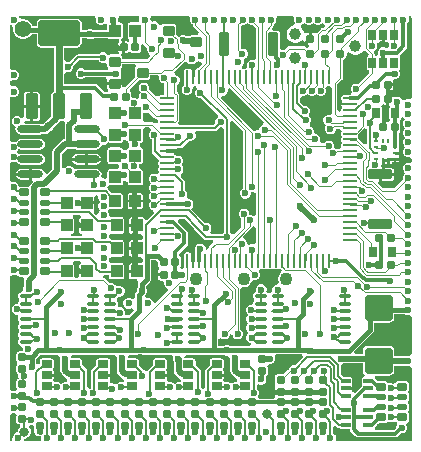
<source format=gtl>
G04*
G04 #@! TF.GenerationSoftware,Altium Limited,Altium Designer,23.8.1 (32)*
G04*
G04 Layer_Physical_Order=1*
G04 Layer_Color=255*
%FSLAX25Y25*%
%MOIN*%
G70*
G04*
G04 #@! TF.SameCoordinates,1743D94C-C548-4208-902B-E8BBFEDC475C*
G04*
G04*
G04 #@! TF.FilePolarity,Positive*
G04*
G01*
G75*
%ADD11C,0.00984*%
%ADD12C,0.00787*%
%ADD19C,0.01968*%
%ADD20R,0.12992X0.00787*%
%ADD21R,0.06693X0.00787*%
%ADD22R,0.00787X0.12992*%
%ADD23R,0.05512X0.00787*%
%ADD24R,0.25197X0.00787*%
%ADD25R,0.00787X0.38189*%
%ADD26R,0.00787X0.09055*%
%ADD27R,0.00787X0.06299*%
%ADD28R,0.00787X0.24803*%
%ADD29R,0.00787X0.27559*%
%ADD30R,0.00787X0.14567*%
%ADD31R,0.00787X0.01575*%
G04:AMPARAMS|DCode=32|XSize=25.59mil|YSize=31.5mil|CornerRadius=2.56mil|HoleSize=0mil|Usage=FLASHONLY|Rotation=270.000|XOffset=0mil|YOffset=0mil|HoleType=Round|Shape=RoundedRectangle|*
%AMROUNDEDRECTD32*
21,1,0.02559,0.02638,0,0,270.0*
21,1,0.02047,0.03150,0,0,270.0*
1,1,0.00512,-0.01319,-0.01024*
1,1,0.00512,-0.01319,0.01024*
1,1,0.00512,0.01319,0.01024*
1,1,0.00512,0.01319,-0.01024*
%
%ADD32ROUNDEDRECTD32*%
G04:AMPARAMS|DCode=33|XSize=17.72mil|YSize=31.5mil|CornerRadius=1.77mil|HoleSize=0mil|Usage=FLASHONLY|Rotation=270.000|XOffset=0mil|YOffset=0mil|HoleType=Round|Shape=RoundedRectangle|*
%AMROUNDEDRECTD33*
21,1,0.01772,0.02795,0,0,270.0*
21,1,0.01417,0.03150,0,0,270.0*
1,1,0.00354,-0.01398,-0.00709*
1,1,0.00354,-0.01398,0.00709*
1,1,0.00354,0.01398,0.00709*
1,1,0.00354,0.01398,-0.00709*
%
%ADD33ROUNDEDRECTD33*%
G04:AMPARAMS|DCode=34|XSize=12.6mil|YSize=31.5mil|CornerRadius=1.26mil|HoleSize=0mil|Usage=FLASHONLY|Rotation=90.000|XOffset=0mil|YOffset=0mil|HoleType=Round|Shape=RoundedRectangle|*
%AMROUNDEDRECTD34*
21,1,0.01260,0.02898,0,0,90.0*
21,1,0.01008,0.03150,0,0,90.0*
1,1,0.00252,0.01449,0.00504*
1,1,0.00252,0.01449,-0.00504*
1,1,0.00252,-0.01449,-0.00504*
1,1,0.00252,-0.01449,0.00504*
%
%ADD34ROUNDEDRECTD34*%
%ADD35O,0.04724X0.00866*%
%ADD36O,0.00866X0.04724*%
%ADD37O,0.04331X0.01181*%
G04:AMPARAMS|DCode=38|XSize=23.62mil|YSize=35.43mil|CornerRadius=2.36mil|HoleSize=0mil|Usage=FLASHONLY|Rotation=180.000|XOffset=0mil|YOffset=0mil|HoleType=Round|Shape=RoundedRectangle|*
%AMROUNDEDRECTD38*
21,1,0.02362,0.03071,0,0,180.0*
21,1,0.01890,0.03543,0,0,180.0*
1,1,0.00472,-0.00945,0.01535*
1,1,0.00472,0.00945,0.01535*
1,1,0.00472,0.00945,-0.01535*
1,1,0.00472,-0.00945,-0.01535*
%
%ADD38ROUNDEDRECTD38*%
G04:AMPARAMS|DCode=39|XSize=27.56mil|YSize=23.62mil|CornerRadius=2.36mil|HoleSize=0mil|Usage=FLASHONLY|Rotation=90.000|XOffset=0mil|YOffset=0mil|HoleType=Round|Shape=RoundedRectangle|*
%AMROUNDEDRECTD39*
21,1,0.02756,0.01890,0,0,90.0*
21,1,0.02284,0.02362,0,0,90.0*
1,1,0.00472,0.00945,0.01142*
1,1,0.00472,0.00945,-0.01142*
1,1,0.00472,-0.00945,-0.01142*
1,1,0.00472,-0.00945,0.01142*
%
%ADD39ROUNDEDRECTD39*%
%ADD40R,0.01378X0.00984*%
%ADD41R,0.00984X0.01378*%
G04:AMPARAMS|DCode=42|XSize=31.5mil|YSize=78.74mil|CornerRadius=3.15mil|HoleSize=0mil|Usage=FLASHONLY|Rotation=90.000|XOffset=0mil|YOffset=0mil|HoleType=Round|Shape=RoundedRectangle|*
%AMROUNDEDRECTD42*
21,1,0.03150,0.07244,0,0,90.0*
21,1,0.02520,0.07874,0,0,90.0*
1,1,0.00630,0.03622,0.01260*
1,1,0.00630,0.03622,-0.01260*
1,1,0.00630,-0.03622,-0.01260*
1,1,0.00630,-0.03622,0.01260*
%
%ADD42ROUNDEDRECTD42*%
G04:AMPARAMS|DCode=43|XSize=27.56mil|YSize=23.62mil|CornerRadius=2.36mil|HoleSize=0mil|Usage=FLASHONLY|Rotation=180.000|XOffset=0mil|YOffset=0mil|HoleType=Round|Shape=RoundedRectangle|*
%AMROUNDEDRECTD43*
21,1,0.02756,0.01890,0,0,180.0*
21,1,0.02284,0.02362,0,0,180.0*
1,1,0.00472,-0.01142,0.00945*
1,1,0.00472,0.01142,0.00945*
1,1,0.00472,0.01142,-0.00945*
1,1,0.00472,-0.01142,-0.00945*
%
%ADD43ROUNDEDRECTD43*%
G04:AMPARAMS|DCode=44|XSize=23.62mil|YSize=35.43mil|CornerRadius=2.36mil|HoleSize=0mil|Usage=FLASHONLY|Rotation=270.000|XOffset=0mil|YOffset=0mil|HoleType=Round|Shape=RoundedRectangle|*
%AMROUNDEDRECTD44*
21,1,0.02362,0.03071,0,0,270.0*
21,1,0.01890,0.03543,0,0,270.0*
1,1,0.00472,-0.01535,-0.00945*
1,1,0.00472,-0.01535,0.00945*
1,1,0.00472,0.01535,0.00945*
1,1,0.00472,0.01535,-0.00945*
%
%ADD44ROUNDEDRECTD44*%
G04:AMPARAMS|DCode=45|XSize=35.43mil|YSize=37.4mil|CornerRadius=3.54mil|HoleSize=0mil|Usage=FLASHONLY|Rotation=270.000|XOffset=0mil|YOffset=0mil|HoleType=Round|Shape=RoundedRectangle|*
%AMROUNDEDRECTD45*
21,1,0.03543,0.03032,0,0,270.0*
21,1,0.02835,0.03740,0,0,270.0*
1,1,0.00709,-0.01516,-0.01417*
1,1,0.00709,-0.01516,0.01417*
1,1,0.00709,0.01516,0.01417*
1,1,0.00709,0.01516,-0.01417*
%
%ADD45ROUNDEDRECTD45*%
%ADD46O,0.08661X0.02362*%
G04:AMPARAMS|DCode=47|XSize=43.31mil|YSize=84.65mil|CornerRadius=4.33mil|HoleSize=0mil|Usage=FLASHONLY|Rotation=0.000|XOffset=0mil|YOffset=0mil|HoleType=Round|Shape=RoundedRectangle|*
%AMROUNDEDRECTD47*
21,1,0.04331,0.07598,0,0,0.0*
21,1,0.03465,0.08465,0,0,0.0*
1,1,0.00866,0.01732,-0.03799*
1,1,0.00866,-0.01732,-0.03799*
1,1,0.00866,-0.01732,0.03799*
1,1,0.00866,0.01732,0.03799*
%
%ADD47ROUNDEDRECTD47*%
G04:AMPARAMS|DCode=48|XSize=39.37mil|YSize=43.31mil|CornerRadius=3.94mil|HoleSize=0mil|Usage=FLASHONLY|Rotation=0.000|XOffset=0mil|YOffset=0mil|HoleType=Round|Shape=RoundedRectangle|*
%AMROUNDEDRECTD48*
21,1,0.03937,0.03543,0,0,0.0*
21,1,0.03150,0.04331,0,0,0.0*
1,1,0.00787,0.01575,-0.01772*
1,1,0.00787,-0.01575,-0.01772*
1,1,0.00787,-0.01575,0.01772*
1,1,0.00787,0.01575,0.01772*
%
%ADD48ROUNDEDRECTD48*%
G04:AMPARAMS|DCode=49|XSize=27.56mil|YSize=36.22mil|CornerRadius=2.76mil|HoleSize=0mil|Usage=FLASHONLY|Rotation=0.000|XOffset=0mil|YOffset=0mil|HoleType=Round|Shape=RoundedRectangle|*
%AMROUNDEDRECTD49*
21,1,0.02756,0.03071,0,0,0.0*
21,1,0.02205,0.03622,0,0,0.0*
1,1,0.00551,0.01102,-0.01535*
1,1,0.00551,-0.01102,-0.01535*
1,1,0.00551,-0.01102,0.01535*
1,1,0.00551,0.01102,0.01535*
%
%ADD49ROUNDEDRECTD49*%
G04:AMPARAMS|DCode=50|XSize=31.5mil|YSize=78.74mil|CornerRadius=3.15mil|HoleSize=0mil|Usage=FLASHONLY|Rotation=0.000|XOffset=0mil|YOffset=0mil|HoleType=Round|Shape=RoundedRectangle|*
%AMROUNDEDRECTD50*
21,1,0.03150,0.07244,0,0,0.0*
21,1,0.02520,0.07874,0,0,0.0*
1,1,0.00630,0.01260,-0.03622*
1,1,0.00630,-0.01260,-0.03622*
1,1,0.00630,-0.01260,0.03622*
1,1,0.00630,0.01260,0.03622*
%
%ADD50ROUNDEDRECTD50*%
G04:AMPARAMS|DCode=51|XSize=35.43mil|YSize=37.4mil|CornerRadius=3.54mil|HoleSize=0mil|Usage=FLASHONLY|Rotation=270.000|XOffset=0mil|YOffset=0mil|HoleType=Round|Shape=RoundedRectangle|*
%AMROUNDEDRECTD51*
21,1,0.03543,0.03032,0,0,270.0*
21,1,0.02835,0.03740,0,0,270.0*
1,1,0.00709,-0.01516,-0.01417*
1,1,0.00709,-0.01516,0.01417*
1,1,0.00709,0.01516,0.01417*
1,1,0.00709,0.01516,-0.01417*
%
%ADD51ROUNDEDRECTD51*%
G04:AMPARAMS|DCode=52|XSize=137.8mil|YSize=84.65mil|CornerRadius=8.47mil|HoleSize=0mil|Usage=FLASHONLY|Rotation=0.000|XOffset=0mil|YOffset=0mil|HoleType=Round|Shape=RoundedRectangle|*
%AMROUNDEDRECTD52*
21,1,0.13780,0.06772,0,0,0.0*
21,1,0.12087,0.08465,0,0,0.0*
1,1,0.01693,0.06043,-0.03386*
1,1,0.01693,-0.06043,-0.03386*
1,1,0.01693,-0.06043,0.03386*
1,1,0.01693,0.06043,0.03386*
%
%ADD52ROUNDEDRECTD52*%
G04:AMPARAMS|DCode=53|XSize=43.31mil|YSize=84.65mil|CornerRadius=4.33mil|HoleSize=0mil|Usage=FLASHONLY|Rotation=0.000|XOffset=0mil|YOffset=0mil|HoleType=Round|Shape=RoundedRectangle|*
%AMROUNDEDRECTD53*
21,1,0.04331,0.07599,0,0,0.0*
21,1,0.03465,0.08465,0,0,0.0*
1,1,0.00866,0.01732,-0.03799*
1,1,0.00866,-0.01732,-0.03799*
1,1,0.00866,-0.01732,0.03799*
1,1,0.00866,0.01732,0.03799*
%
%ADD53ROUNDEDRECTD53*%
%ADD54C,0.03150*%
G04:AMPARAMS|DCode=55|XSize=86.61mil|YSize=90.55mil|CornerRadius=8.66mil|HoleSize=0mil|Usage=FLASHONLY|Rotation=90.000|XOffset=0mil|YOffset=0mil|HoleType=Round|Shape=RoundedRectangle|*
%AMROUNDEDRECTD55*
21,1,0.08661,0.07323,0,0,90.0*
21,1,0.06929,0.09055,0,0,90.0*
1,1,0.01732,0.03661,0.03465*
1,1,0.01732,0.03661,-0.03465*
1,1,0.01732,-0.03661,-0.03465*
1,1,0.01732,-0.03661,0.03465*
%
%ADD55ROUNDEDRECTD55*%
%ADD84C,0.03100*%
%ADD85C,0.00492*%
%ADD86C,0.01575*%
%ADD87C,0.01181*%
%ADD88C,0.01260*%
%ADD89C,0.02362*%
%ADD90C,0.02362*%
%ADD91C,0.04331*%
%ADD92C,0.03900*%
%ADD93C,0.05512*%
G36*
X28560Y140945D02*
X28543Y140904D01*
Y140199D01*
X28813Y139548D01*
X29311Y139049D01*
X29963Y138779D01*
X30667D01*
X31319Y139049D01*
X31433Y139163D01*
X32375Y139146D01*
X32428Y139123D01*
X32528Y138858D01*
X32473Y138583D01*
Y137236D01*
X27654D01*
X27132Y137452D01*
X26427D01*
X25776Y137182D01*
X25679Y137085D01*
X23847D01*
Y139395D01*
X23735Y139956D01*
X23418Y140431D01*
X22943Y140749D01*
X22382Y140860D01*
X10295D01*
X9735Y140749D01*
X9259Y140431D01*
X8942Y139956D01*
X8830Y139395D01*
Y138413D01*
X7524D01*
X7449Y138693D01*
X7009Y139456D01*
X6385Y140079D01*
X5622Y140520D01*
X4771Y140748D01*
X3890D01*
X3740Y140708D01*
X3727Y140711D01*
X3636Y140945D01*
X4176Y141732D01*
X28034D01*
X28560Y140945D01*
D02*
G37*
G36*
X98546Y139106D02*
X98603Y139049D01*
X99254Y138779D01*
X99959D01*
X100610Y139049D01*
X100667Y139106D01*
X101181Y139493D01*
X101696Y139106D01*
X101752Y139049D01*
X102403Y138779D01*
X103108D01*
X103760Y139049D01*
X103816Y139106D01*
X104254Y139435D01*
X104749Y139129D01*
X104860Y138303D01*
X104385Y137784D01*
X104114D01*
X103788Y137718D01*
X103511Y137534D01*
X102153Y136176D01*
X101393Y136021D01*
X101201Y136061D01*
X100610Y136306D01*
Y134193D01*
X99626D01*
Y136306D01*
X98906Y136008D01*
X98840Y135942D01*
X98455Y136009D01*
X98013Y136228D01*
X97852Y136826D01*
X97466Y137495D01*
X96922Y138039D01*
X96911Y138111D01*
X97046Y138877D01*
X97460Y139049D01*
X97517Y139106D01*
X98032Y139493D01*
X98546Y139106D01*
D02*
G37*
G36*
X60057Y140945D02*
X60039Y140904D01*
Y140199D01*
X60309Y139548D01*
X60807Y139049D01*
X60958Y138987D01*
Y138646D01*
X61023Y138320D01*
X61208Y138043D01*
X63012Y136239D01*
X62686Y135452D01*
X60571D01*
X60202Y135378D01*
X59890Y135169D01*
X59869Y135138D01*
X58561D01*
X57978Y135379D01*
X57273D01*
X56622Y135110D01*
X56182Y134670D01*
X55314Y135538D01*
Y138228D01*
X55240Y138597D01*
X55032Y138910D01*
X54719Y139118D01*
X54350Y139192D01*
X51319D01*
X50950Y139118D01*
X50638Y138910D01*
X50499Y138703D01*
X50416Y138689D01*
X50013Y138700D01*
X49679Y138784D01*
X49492Y139234D01*
X48994Y139733D01*
X48342Y140002D01*
X47638D01*
X47380Y139896D01*
X47159Y139988D01*
X46654Y140428D01*
Y140904D01*
X46637Y140945D01*
X47163Y141732D01*
X59530D01*
X60057Y140945D01*
D02*
G37*
G36*
X124901Y133055D02*
X125354D01*
X125677Y133119D01*
X126281Y132778D01*
X126459Y132438D01*
X126378Y132242D01*
Y131537D01*
X125767Y131109D01*
X125405Y130980D01*
X124754Y131250D01*
X124049D01*
X123398Y130980D01*
X122900Y130482D01*
X122630Y129831D01*
Y129126D01*
X122689Y128982D01*
X122583Y128784D01*
X122544Y128742D01*
X122003Y128347D01*
X121522Y128610D01*
Y129175D01*
X121457Y129502D01*
X121670Y130384D01*
X121673Y130388D01*
X122171Y130886D01*
X122441Y131537D01*
Y132242D01*
X122363Y132431D01*
X122478Y132657D01*
X122527Y132706D01*
X123142Y133119D01*
X123465Y133055D01*
X123917D01*
Y135433D01*
X124901D01*
Y133055D01*
D02*
G37*
G36*
X43127Y140945D02*
X43110Y140904D01*
Y140199D01*
X42512Y139586D01*
X40170D01*
X39786Y139510D01*
X39460Y139292D01*
X39243Y138967D01*
X39166Y138583D01*
Y135039D01*
X39243Y134655D01*
X39460Y134330D01*
X39636Y134213D01*
X39797Y133594D01*
X39804Y133306D01*
X39629Y133149D01*
X39400D01*
X39377Y133158D01*
X39118Y133332D01*
X38795Y133396D01*
X38342D01*
Y131411D01*
X37850D01*
D01*
X38342D01*
Y129426D01*
X38795D01*
X39118Y129490D01*
X39377Y129664D01*
X39400Y129673D01*
X40238D01*
X40260Y129664D01*
X40520Y129490D01*
X40842Y129426D01*
X42732D01*
X43055Y129490D01*
X43328Y129673D01*
X43511Y129947D01*
X43575Y130269D01*
Y132131D01*
X44017Y132360D01*
X44362Y132412D01*
X45669Y131104D01*
X45638Y131027D01*
Y130323D01*
X45907Y129672D01*
X46406Y129173D01*
X46517Y128275D01*
X45657Y127415D01*
X37392D01*
Y127980D01*
X37318Y128348D01*
X37124Y128639D01*
X37150Y128774D01*
X37358Y129361D01*
Y130919D01*
X36062D01*
Y130269D01*
X36126Y129947D01*
X36271Y129730D01*
X36205Y129438D01*
X35985Y128943D01*
X33397D01*
X33028Y128870D01*
X32891Y128778D01*
X32637Y128855D01*
X32138Y129353D01*
X31487Y129623D01*
X30782D01*
X30131Y129353D01*
X29705Y128926D01*
X22706D01*
X22322Y128850D01*
X21997Y128632D01*
X19794Y126430D01*
X19627Y126499D01*
X18922D01*
X18145Y127029D01*
Y131158D01*
X22382D01*
X22943Y131270D01*
X23418Y131588D01*
X23735Y132063D01*
X23847Y132624D01*
Y134275D01*
X25679D01*
X25776Y134178D01*
X26427Y133908D01*
X27132D01*
X27783Y134178D01*
X28031Y134426D01*
X32703D01*
X32767Y134330D01*
X33093Y134112D01*
X33477Y134036D01*
X36327D01*
X36414Y133797D01*
X36458Y133248D01*
X36309Y133149D01*
X36126Y132875D01*
X36062Y132553D01*
Y131903D01*
X37358D01*
Y133396D01*
X37247D01*
X37127Y133758D01*
X37116Y134183D01*
X37336Y134330D01*
X37554Y134655D01*
X37630Y135039D01*
Y138583D01*
X37554Y138967D01*
X37336Y139292D01*
X37010Y139510D01*
X36626Y139586D01*
X36433D01*
X36024Y140199D01*
Y140904D01*
X36007Y140945D01*
X36533Y141732D01*
X42601D01*
X43127Y140945D01*
D02*
G37*
G36*
X94702D02*
X94685Y140904D01*
Y140199D01*
X94955Y139548D01*
X95088Y139415D01*
X94762Y138627D01*
X94732D01*
X93986Y138427D01*
X93317Y138041D01*
X92770Y137495D01*
X92384Y136826D01*
X92184Y136079D01*
Y135307D01*
X92384Y134560D01*
X92770Y133891D01*
X93317Y133345D01*
X93986Y132959D01*
X94732Y132759D01*
X95504D01*
X96251Y132959D01*
X96920Y133345D01*
X97235Y133660D01*
X97287Y133668D01*
X98038Y133507D01*
X98103Y133463D01*
X98304Y132981D01*
X98906Y132378D01*
X99610Y132087D01*
X99653Y131693D01*
X99610Y131299D01*
X98909Y131009D01*
X98490Y131427D01*
X98213Y131612D01*
X97887Y131677D01*
X93087D01*
X92760Y131612D01*
X92484Y131427D01*
X91545Y130489D01*
X91395Y130551D01*
X90690D01*
X89983Y131111D01*
Y131355D01*
X89977Y131383D01*
Y135962D01*
X89907Y136315D01*
X89707Y136615D01*
X89407Y136815D01*
X89054Y136885D01*
X87615D01*
X87289Y137672D01*
X87611Y137994D01*
X87796Y138271D01*
X87861Y138597D01*
Y138987D01*
X88011Y139049D01*
X88510Y139548D01*
X88779Y140199D01*
Y140904D01*
X88762Y140945D01*
X89289Y141732D01*
X94176D01*
X94702Y140945D01*
D02*
G37*
G36*
X119515Y129124D02*
X119445Y128617D01*
X119317Y128242D01*
X119128Y128116D01*
X118946Y127842D01*
X118881Y127520D01*
Y124449D01*
X118946Y124126D01*
X119128Y123853D01*
X119402Y123670D01*
X119505Y123650D01*
X119671Y122897D01*
X119667Y122842D01*
X115956Y119131D01*
X115805Y119193D01*
X115100D01*
X114449Y118923D01*
X113951Y118425D01*
X113681Y117774D01*
Y117069D01*
X113951Y116418D01*
X114048Y116320D01*
X113722Y115533D01*
X113226D01*
X112765Y115441D01*
X112724Y115414D01*
X111297D01*
X110898Y115334D01*
X110559Y115108D01*
X110333Y114769D01*
X110253Y114370D01*
X110333Y113971D01*
X110559Y113632D01*
X110559Y113140D01*
X110395Y112894D01*
X113226D01*
Y111909D01*
X110395D01*
X110559Y111664D01*
X110559Y111171D01*
X110333Y110833D01*
X110253Y110433D01*
X110285Y110274D01*
X109852Y109640D01*
X109146Y110282D01*
Y118991D01*
X110721Y120567D01*
X110906Y120844D01*
X110971Y121170D01*
Y127229D01*
X111331Y127378D01*
X111933Y127980D01*
X112259Y128767D01*
Y129289D01*
X113046Y129615D01*
X113317Y129345D01*
X113986Y128959D01*
X114732Y128759D01*
X115505D01*
X116251Y128959D01*
X116920Y129345D01*
X117466Y129891D01*
X117541Y130021D01*
X117559Y130035D01*
X118511Y130127D01*
X119515Y129124D01*
D02*
G37*
G36*
X63151Y126559D02*
X63611D01*
X63994Y125829D01*
X62548Y124383D01*
X62495Y124303D01*
X62117Y124099D01*
X61566Y124082D01*
X61553Y124091D01*
Y121260D01*
X60569D01*
Y124091D01*
X60323Y123927D01*
X59830Y123927D01*
X59492Y124153D01*
X59092Y124233D01*
X58693Y124153D01*
X58354Y123927D01*
X58128Y123588D01*
X58049Y123189D01*
Y119331D01*
X58104Y119053D01*
Y118681D01*
X57982Y118631D01*
X57484Y118132D01*
X57214Y117481D01*
Y116776D01*
X57484Y116125D01*
X57982Y115627D01*
X58634Y115357D01*
X59338D01*
X59989Y115627D01*
X60488Y116125D01*
X60757Y116776D01*
Y117481D01*
X60729Y117550D01*
X60836Y117788D01*
X61260Y118327D01*
X61460Y118367D01*
X61629Y118479D01*
X62049Y118339D01*
X62127Y118176D01*
X62209Y117471D01*
X61884Y117145D01*
X61614Y116494D01*
Y115789D01*
X61884Y115138D01*
X62382Y114640D01*
X63033Y114370D01*
X63738D01*
X63738Y114370D01*
X69275Y108833D01*
X69167Y107936D01*
X68669Y107437D01*
X68399Y106786D01*
Y106081D01*
X68399Y106081D01*
X67807Y105490D01*
X56371D01*
X56045Y106277D01*
X56151Y106383D01*
X56336Y106659D01*
X56401Y106986D01*
Y115444D01*
X56336Y115770D01*
X56151Y116047D01*
X55616Y116582D01*
Y118782D01*
X55766Y118845D01*
X56265Y119343D01*
X56534Y119994D01*
Y120699D01*
X56265Y121350D01*
X55766Y121849D01*
X55115Y122118D01*
X55050D01*
X54945Y122257D01*
X54696Y123037D01*
X58146Y126487D01*
X59035Y126399D01*
X59533Y125900D01*
X60184Y125631D01*
X60889D01*
X61540Y125900D01*
X62038Y126399D01*
X62985Y126627D01*
X63151Y126559D01*
D02*
G37*
G36*
X79648Y139106D02*
X79705Y139049D01*
X80356Y138779D01*
X80838D01*
X81876Y137742D01*
Y127567D01*
X81162Y127011D01*
X80457D01*
X79806Y126741D01*
X79308Y126242D01*
X79038Y125591D01*
Y124984D01*
X78977Y124809D01*
X78481Y124174D01*
X78378Y124153D01*
X78098Y123966D01*
X77324Y124166D01*
X77289Y124257D01*
X77237Y124646D01*
X77255Y124947D01*
X77585Y125276D01*
X77854Y125927D01*
Y126632D01*
X77836Y127303D01*
X78487Y127572D01*
X78985Y128071D01*
X79255Y128722D01*
Y129427D01*
X78985Y130078D01*
X78487Y130576D01*
X77836Y130846D01*
X77131D01*
X76886Y131573D01*
Y138060D01*
X77207Y138779D01*
X77912D01*
X78563Y139049D01*
X78619Y139106D01*
X79134Y139493D01*
X79648Y139106D01*
D02*
G37*
G36*
X1021Y138006D02*
X1025Y137992D01*
X984Y137842D01*
Y136961D01*
X1212Y136110D01*
X1653Y135347D01*
X2276Y134724D01*
X3039Y134283D01*
X3890Y134055D01*
X4771D01*
X5622Y134283D01*
X6385Y134724D01*
X7009Y135347D01*
X7156Y135603D01*
X8830D01*
Y132624D01*
X8942Y132063D01*
X9259Y131588D01*
X9735Y131270D01*
X10295Y131158D01*
X14532D01*
Y117407D01*
Y116428D01*
X14207Y116364D01*
X13868Y116137D01*
X13642Y115799D01*
X13563Y115399D01*
Y110473D01*
X13552Y110419D01*
X13552Y110419D01*
Y108064D01*
X12077Y106589D01*
X11676Y106423D01*
X11178Y105925D01*
X11087Y105706D01*
X11021Y105640D01*
X10473D01*
X9843Y105765D01*
X5215D01*
X4711Y106445D01*
X5152Y106837D01*
X5551Y106757D01*
X6791D01*
Y111108D01*
X4507D01*
Y108172D01*
X3720Y107846D01*
X3464Y108102D01*
X2813Y108371D01*
X2108D01*
X1457Y108102D01*
X959Y107603D01*
X787Y107190D01*
X0Y107346D01*
Y114255D01*
X787Y114781D01*
X829Y114764D01*
X1534D01*
X2185Y115033D01*
X2683Y115532D01*
X2953Y116183D01*
Y116888D01*
X2683Y117539D01*
X2185Y118037D01*
X1534Y118307D01*
X829D01*
X787Y118290D01*
X0Y118816D01*
Y119767D01*
X787Y120293D01*
X829Y120276D01*
X1534D01*
X2185Y120545D01*
X2683Y121044D01*
X2953Y121695D01*
Y122400D01*
X2683Y123051D01*
X2185Y123549D01*
X1534Y123819D01*
X829D01*
X787Y123802D01*
X0Y124328D01*
Y137556D01*
X787Y138096D01*
X1021Y138006D01*
D02*
G37*
G36*
X29633Y126848D02*
X30131Y126349D01*
X30782Y126079D01*
X31487D01*
X31646Y126145D01*
X32434Y125619D01*
Y125145D01*
X32507Y124776D01*
X32679Y124518D01*
X32616Y124235D01*
X32395Y123731D01*
X24935D01*
X24669Y123998D01*
X24018Y124267D01*
X23313D01*
X22662Y123998D01*
X22163Y123499D01*
X21894Y122848D01*
Y122143D01*
X22163Y121492D01*
X22662Y120994D01*
X23313Y120724D01*
X24018D01*
X24669Y120994D01*
X24998Y121323D01*
X31863D01*
X31995Y121229D01*
X32441Y120535D01*
X32433Y120499D01*
Y119574D01*
X34913D01*
X37392D01*
Y120499D01*
X37318Y120868D01*
X37110Y121180D01*
X36845Y121511D01*
X37067Y122083D01*
X37105Y122174D01*
Y122879D01*
X36862Y123465D01*
X36852Y123597D01*
X37053Y124426D01*
X37110Y124464D01*
X37318Y124776D01*
X37392Y125145D01*
Y125709D01*
X41731D01*
X41969Y124922D01*
X41968Y124921D01*
X41759Y124608D01*
X41685Y124239D01*
Y121549D01*
X38179Y118043D01*
X37653Y118171D01*
X37392Y118347D01*
Y118590D01*
X34913D01*
X32433D01*
Y117665D01*
X32507Y117296D01*
X32650Y117081D01*
X32538Y116666D01*
X32372Y116369D01*
X31599Y116310D01*
X29257Y118652D01*
X28866Y118913D01*
X28405Y119005D01*
X28405Y119005D01*
X18145D01*
Y122425D01*
X18922Y122956D01*
X19627D01*
X20278Y123225D01*
X20777Y123724D01*
X21046Y124375D01*
Y124844D01*
X23122Y126919D01*
X29603D01*
X29633Y126848D01*
D02*
G37*
G36*
X106336Y118287D02*
X106652Y118350D01*
X106813Y118315D01*
X107440Y117890D01*
Y109303D01*
X107166Y109017D01*
X106723Y108748D01*
X106577Y108808D01*
X105872D01*
X105221Y108539D01*
X104723Y108040D01*
X104453Y107389D01*
Y106684D01*
X104723Y106033D01*
X105221Y105535D01*
X105144Y104714D01*
X105007Y104382D01*
Y103678D01*
X105276Y103026D01*
X105775Y102528D01*
X106426Y102258D01*
X107131D01*
X107782Y102528D01*
X108280Y103026D01*
X108550Y103678D01*
Y104155D01*
X109923D01*
X110559Y103464D01*
Y103297D01*
X110333Y102958D01*
X110253Y102559D01*
X110333Y102160D01*
X110559Y101821D01*
X110559Y101329D01*
X110333Y100990D01*
X110253Y100591D01*
X110333Y100191D01*
X110559Y99853D01*
X110559Y99360D01*
X110333Y99021D01*
X110253Y98622D01*
X110327Y98252D01*
X110330Y98219D01*
X109892Y97465D01*
X108842D01*
X108713Y97439D01*
X108689Y97463D01*
X108614Y97495D01*
X107996Y98061D01*
Y98766D01*
X107727Y99417D01*
X107228Y99916D01*
X106577Y100185D01*
X105872D01*
X105221Y99916D01*
X104723Y99417D01*
X104707Y99379D01*
X103794D01*
X103268Y100166D01*
X103297Y100237D01*
Y100942D01*
X103027Y101593D01*
X102529Y102091D01*
X102024Y102301D01*
X101378Y102797D01*
Y103502D01*
X101108Y104153D01*
X100610Y104651D01*
X100065Y104877D01*
X99897Y105333D01*
X99841Y105709D01*
X100106Y105973D01*
X100375Y106625D01*
Y107329D01*
X100106Y107981D01*
X99607Y108479D01*
X99792Y109255D01*
X99972Y109689D01*
Y110394D01*
X99702Y111045D01*
X99203Y111544D01*
X98552Y111813D01*
X97847D01*
X97847Y111813D01*
X96673Y112988D01*
Y114513D01*
X97386Y115069D01*
X98091D01*
X98742Y115339D01*
X99209Y115806D01*
X99677Y115339D01*
X100328Y115069D01*
X101033D01*
X101684Y115339D01*
X102135Y115790D01*
X102585Y115339D01*
X103236Y115069D01*
X103941D01*
X104592Y115339D01*
X105091Y115838D01*
X105360Y116489D01*
Y117193D01*
X105143Y117719D01*
X105156Y117738D01*
X105192Y117918D01*
X105725Y118277D01*
X105848Y118329D01*
X106008Y118352D01*
X106336Y118287D01*
D02*
G37*
G36*
X49606Y121415D02*
Y120711D01*
X49876Y120059D01*
X50374Y119561D01*
X51026Y119291D01*
X51350D01*
Y115414D01*
X50273D01*
X49874Y115334D01*
X49535Y115108D01*
X48640Y114982D01*
X48588Y114999D01*
X46321Y117265D01*
X46384Y117416D01*
Y118121D01*
X46114Y118772D01*
X45616Y119270D01*
X44964Y119540D01*
X44260D01*
X43608Y119270D01*
X43110Y118772D01*
X42840Y118121D01*
Y117416D01*
X43110Y116765D01*
X43570Y116305D01*
X43183Y115919D01*
X42913Y115267D01*
Y114686D01*
X42550Y114393D01*
X42199Y114230D01*
X41645Y114459D01*
X40941D01*
X40435Y114797D01*
Y115838D01*
X40371Y116160D01*
X40188Y116434D01*
X40133Y116471D01*
X39948Y117204D01*
X39959Y117411D01*
X42990Y120441D01*
X45680D01*
X46049Y120515D01*
X46362Y120723D01*
X46570Y121036D01*
X46644Y121405D01*
Y121969D01*
X49236D01*
X49606Y121415D01*
D02*
G37*
G36*
X133858Y141026D02*
Y114485D01*
X133071Y113959D01*
X133030Y113976D01*
X132325D01*
X131674Y113707D01*
X131605Y113638D01*
X130704Y113851D01*
X130607Y114084D01*
X130109Y114583D01*
X129458Y114853D01*
X128753D01*
X128435Y114721D01*
X127647Y115157D01*
Y115315D01*
X127583Y115638D01*
X127401Y115911D01*
X127127Y116094D01*
X126804Y116158D01*
Y116913D01*
X127127Y116977D01*
X127401Y117160D01*
X127583Y117433D01*
X127647Y117756D01*
Y118405D01*
X125859D01*
Y119390D01*
X127647D01*
Y120039D01*
X127647Y120040D01*
X127659Y120084D01*
X128135Y120701D01*
X128244Y120768D01*
X128547D01*
X129198Y121037D01*
X129697Y121536D01*
X129966Y122187D01*
Y122892D01*
X129697Y123543D01*
X129663Y123576D01*
X129691Y123853D01*
X129873Y124126D01*
X129938Y124449D01*
Y127520D01*
X129873Y127842D01*
X129848Y128475D01*
X130012Y128848D01*
X131954Y130789D01*
X131954Y130789D01*
X132215Y131180D01*
X132307Y131641D01*
X132307Y131641D01*
Y139250D01*
X132604Y139548D01*
X132874Y140199D01*
Y140502D01*
X133549Y141090D01*
X133601Y141104D01*
X133858Y141026D01*
D02*
G37*
G36*
X126352Y112031D02*
X126402Y111961D01*
X126587Y111401D01*
X126500Y111271D01*
X126433Y110933D01*
Y107862D01*
X126500Y107524D01*
X126692Y107238D01*
X126231Y106618D01*
X125997Y106364D01*
X125940D01*
X125918Y106373D01*
X125658Y106547D01*
X125335Y106611D01*
X124302D01*
X124145Y106827D01*
X123953Y107398D01*
X124038Y107524D01*
X124105Y107862D01*
Y110933D01*
X124038Y111271D01*
X123846Y111557D01*
X123803Y111788D01*
X124261Y112435D01*
X124310D01*
X124332Y112426D01*
X124592Y112253D01*
X124915Y112188D01*
X125367D01*
Y114173D01*
X126352D01*
Y112031D01*
D02*
G37*
G36*
X47946Y107820D02*
X48223Y107635D01*
X48549Y107570D01*
X48813D01*
X49161Y107097D01*
X49287Y106783D01*
X49230Y106496D01*
X49309Y106097D01*
X49255Y106024D01*
X48213Y105952D01*
X48056Y106109D01*
X47779Y106294D01*
X47453Y106359D01*
X44634D01*
X44241Y107147D01*
X44246Y107155D01*
X44323Y107539D01*
Y108987D01*
X45020Y109551D01*
X45725D01*
X46072Y109694D01*
X47946Y107820D01*
D02*
G37*
G36*
X84499Y106456D02*
X84501Y106239D01*
X84269Y105573D01*
X83854Y105401D01*
X83356Y104903D01*
X83086Y104251D01*
Y103642D01*
X82423D01*
X81772Y103372D01*
X81290Y103479D01*
X70371Y114398D01*
X70730Y115153D01*
X71156D01*
X71807Y115422D01*
X72305Y115921D01*
X72575Y116572D01*
Y117266D01*
X72606Y117296D01*
X73250Y117705D01*
X84499Y106456D01*
D02*
G37*
G36*
X18214Y106401D02*
X18370Y106014D01*
X18301Y105910D01*
X18178Y105296D01*
X18178Y105296D01*
Y100676D01*
X17693Y100580D01*
X17172Y100231D01*
X17172Y100231D01*
X14613Y97672D01*
X14265Y97151D01*
X14142Y96537D01*
X14142Y96536D01*
Y90720D01*
X12393Y88971D01*
X11586Y89277D01*
X11512Y89650D01*
X11120Y90236D01*
X10534Y90628D01*
X9843Y90765D01*
X7186D01*
Y88959D01*
Y87132D01*
X7503Y86365D01*
X6849Y85711D01*
X6501Y85190D01*
X6043Y84859D01*
X3406D01*
X2984Y84989D01*
X2757Y85472D01*
X2683Y85649D01*
X2185Y86148D01*
X1534Y86417D01*
X829D01*
X787Y86400D01*
X0Y86926D01*
Y92601D01*
X787Y93127D01*
X829Y93110D01*
X1534D01*
X1883Y93255D01*
X2266Y92681D01*
X2853Y92290D01*
X3544Y92153D01*
X9843D01*
X10534Y92290D01*
X11120Y92681D01*
X11512Y93268D01*
X11649Y93959D01*
X11512Y94650D01*
X11120Y95236D01*
X10534Y95628D01*
X9843Y95765D01*
X3544D01*
X2853Y95628D01*
X2781Y95649D01*
X2683Y95885D01*
X2626Y95942D01*
X2239Y96457D01*
X2626Y96971D01*
X2683Y97028D01*
X2783Y97269D01*
X2853Y97290D01*
X3544Y97153D01*
X9843D01*
X10534Y97290D01*
X11120Y97681D01*
X11512Y98268D01*
X11649Y98959D01*
X11512Y99650D01*
X11120Y100236D01*
X10534Y100628D01*
X9843Y100765D01*
X3544D01*
X2852Y100628D01*
X2266Y100236D01*
X1881Y99659D01*
X1534Y99803D01*
X829D01*
X787Y99786D01*
X0Y100312D01*
Y105853D01*
X787Y106010D01*
X959Y105596D01*
X1457Y105098D01*
X1780Y104964D01*
X1875Y104650D01*
X1737Y103959D01*
X1875Y103268D01*
X2266Y102682D01*
X2853Y102290D01*
X3544Y102153D01*
X9843D01*
X10534Y102290D01*
X10741Y102428D01*
X11686D01*
X11686Y102428D01*
X12300Y102551D01*
X12821Y102899D01*
X13101Y103178D01*
X13683Y103419D01*
X14182Y103918D01*
X14347Y104318D01*
X16293Y106264D01*
X16623Y106757D01*
X17920D01*
X18214Y106401D01*
D02*
G37*
G36*
X69818Y104662D02*
X70523D01*
X71261Y104116D01*
Y69586D01*
X71261Y69586D01*
X70763Y69088D01*
X70763Y69088D01*
X66945D01*
X66619Y69875D01*
X66827Y70084D01*
X67097Y70735D01*
Y71439D01*
X66827Y72091D01*
X66329Y72589D01*
X65678Y72859D01*
X64973D01*
X64973Y72859D01*
X60329Y77503D01*
X60819Y77994D01*
X61089Y78645D01*
Y79349D01*
X60819Y80001D01*
X60321Y80499D01*
X59670Y80769D01*
X59375D01*
X59302Y80828D01*
X58903Y81531D01*
X59056Y81899D01*
Y82604D01*
X58786Y83255D01*
X58287Y83753D01*
X58287Y83754D01*
Y86417D01*
X58211Y86801D01*
X57993Y87127D01*
X56905Y88215D01*
X57009Y89110D01*
X57507Y89608D01*
X57777Y90259D01*
Y90964D01*
X57507Y91615D01*
X57020Y92102D01*
X57378Y92459D01*
X57648Y93111D01*
Y93815D01*
X57378Y94467D01*
X56880Y94965D01*
X56228Y95235D01*
X55579D01*
X55466Y95286D01*
X54870Y95816D01*
Y95916D01*
X55034Y96161D01*
X52202D01*
Y97146D01*
X55362D01*
X55540Y97443D01*
X55693Y97577D01*
X56686D01*
X57070Y97653D01*
X57396Y97871D01*
X59588Y100063D01*
X59747Y99997D01*
X60452D01*
X61103Y100267D01*
X61601Y100765D01*
X61871Y101416D01*
Y102121D01*
X61633Y102695D01*
X61768Y103066D01*
X62004Y103483D01*
X68223D01*
X68607Y103559D01*
X68932Y103777D01*
X69818Y104662D01*
X69818Y104662D01*
D02*
G37*
G36*
X39243Y100068D02*
X39460Y99743D01*
X39786Y99525D01*
X39792Y99512D01*
X39716Y99329D01*
Y98624D01*
X39786Y97838D01*
X39460Y97619D01*
X39243Y97293D01*
X38455Y96948D01*
X37750D01*
X37554Y97293D01*
X37336Y97619D01*
X37010Y97836D01*
X36626Y97913D01*
X33477D01*
X33093Y97836D01*
X32767Y97619D01*
X32550Y97293D01*
X32473Y96909D01*
Y93366D01*
X32550Y92982D01*
X32767Y92656D01*
X33093Y92439D01*
X33477Y92362D01*
X35780D01*
X36428Y92044D01*
X36458Y91287D01*
X35836Y90826D01*
X33477D01*
X33093Y90750D01*
X32767Y90532D01*
X32550Y90207D01*
X32473Y89823D01*
Y87878D01*
X32339Y87738D01*
X31686Y87417D01*
X31283Y87584D01*
X30900D01*
X30458Y88200D01*
X30423Y88288D01*
X30418Y88311D01*
X30547Y88959D01*
X30409Y89650D01*
X30018Y90236D01*
X29432Y90628D01*
X28741Y90765D01*
X22441D01*
X21750Y90628D01*
X21308Y90762D01*
X21181Y91069D01*
X20683Y91567D01*
X20031Y91837D01*
X19327D01*
X18676Y91567D01*
X18177Y91069D01*
X18141Y90981D01*
X17354Y91138D01*
Y95872D01*
X18956Y97474D01*
X19136Y97400D01*
X19573D01*
X19807Y97353D01*
X19807Y97353D01*
X21655D01*
X21750Y97290D01*
X22441Y97153D01*
X28741D01*
X29432Y97290D01*
X30018Y97681D01*
X30409Y98268D01*
X30901Y98834D01*
X31606Y98834D01*
X32257Y99103D01*
X32755Y99602D01*
X32909Y99648D01*
X33093Y99525D01*
X33477Y99449D01*
X36626D01*
X37010Y99525D01*
X37336Y99743D01*
X37554Y100068D01*
X37717Y100419D01*
X38478Y100479D01*
X39243Y100068D01*
D02*
G37*
G36*
X118598Y104128D02*
X118878Y103943D01*
Y99231D01*
X118151Y98930D01*
X116127Y100954D01*
X116120Y100990D01*
X115893Y101329D01*
X115893Y101821D01*
X116120Y102160D01*
X116148Y102304D01*
X118091Y104247D01*
X118598Y104128D01*
D02*
G37*
G36*
X131562Y107404D02*
X131232Y106966D01*
X131175Y106909D01*
X130905Y106258D01*
Y105553D01*
X131175Y104902D01*
X131232Y104845D01*
X131619Y104331D01*
X131232Y103816D01*
X131175Y103760D01*
X130905Y103108D01*
Y102403D01*
X131175Y101752D01*
X131232Y101696D01*
X131619Y101181D01*
X131232Y100667D01*
X131175Y100610D01*
X130905Y99959D01*
Y99254D01*
X131175Y98603D01*
X131232Y98546D01*
X131619Y98032D01*
X131232Y97517D01*
X131175Y97460D01*
X130905Y96809D01*
Y96104D01*
X131175Y95453D01*
X131674Y94955D01*
X132325Y94685D01*
X133030D01*
X133071Y94702D01*
X133858Y94176D01*
Y93226D01*
X133071Y92699D01*
X133030Y92716D01*
X132325D01*
X131674Y92447D01*
X131175Y91948D01*
X130905Y91297D01*
Y90592D01*
X131175Y89941D01*
X131232Y89885D01*
X131619Y89370D01*
X131232Y88856D01*
X131175Y88799D01*
X130905Y88148D01*
Y87443D01*
X130968Y87292D01*
X127993Y84318D01*
X124285D01*
X122537Y86066D01*
X122838Y86793D01*
X122919D01*
Y88976D01*
X123411D01*
Y89468D01*
X127957D01*
Y90236D01*
X127886Y90589D01*
X127686Y90889D01*
X127387Y91089D01*
X127033Y91159D01*
X124145D01*
X123676Y91759D01*
X123873Y92547D01*
X125659D01*
Y93826D01*
X126643D01*
Y92547D01*
X127234D01*
Y92940D01*
X127824D01*
Y94023D01*
X128316D01*
Y94515D01*
X129596D01*
Y95499D01*
X128316D01*
Y96484D01*
X129596D01*
Y96877D01*
Y101011D01*
X129526D01*
Y102692D01*
X129595Y102706D01*
X129868Y102889D01*
X130051Y103162D01*
X130115Y103484D01*
Y105768D01*
X130051Y106091D01*
X129938Y106259D01*
X129910Y106540D01*
X130062Y107182D01*
X130145Y107238D01*
X130337Y107524D01*
X130404Y107862D01*
X131098Y108033D01*
X131125Y108033D01*
X131562Y107404D01*
D02*
G37*
G36*
X47139Y103882D02*
X47108Y103635D01*
X46610Y103137D01*
X46340Y102486D01*
Y101781D01*
X46610Y101130D01*
X47108Y100631D01*
X47168Y100606D01*
Y96745D01*
X47245Y96361D01*
X47462Y96035D01*
X49272Y94226D01*
X49535Y93454D01*
X49309Y93116D01*
X49230Y92716D01*
X49309Y92317D01*
X49535Y91979D01*
X49535Y91486D01*
X49309Y91147D01*
X49230Y90748D01*
X49309Y90349D01*
X49535Y90010D01*
X49535Y89870D01*
X48881Y89196D01*
X48513Y89210D01*
X48483Y89223D01*
X47778D01*
X47127Y88953D01*
X46628Y88455D01*
X46359Y87803D01*
Y87099D01*
X46620Y86468D01*
X46628Y86447D01*
X46630Y86446D01*
X47126Y85948D01*
X46630Y85450D01*
X46628Y85448D01*
X46620Y85427D01*
X46359Y84797D01*
Y84092D01*
X46628Y83441D01*
X47052Y83018D01*
X46628Y82594D01*
X46359Y81943D01*
Y81238D01*
X46628Y80587D01*
X47052Y80163D01*
X46628Y79740D01*
X46359Y79089D01*
Y78384D01*
X46628Y77733D01*
X47127Y77234D01*
X47778Y76965D01*
X47778D01*
X48104Y76177D01*
X45525Y73598D01*
X44750Y73937D01*
X44724Y74070D01*
X44507Y74395D01*
X44181Y74613D01*
X43797Y74689D01*
X42714D01*
Y71914D01*
Y69139D01*
X43797D01*
X44368Y68466D01*
Y67751D01*
X43797Y67078D01*
X42714D01*
Y64303D01*
Y61527D01*
X43797D01*
X44270Y60819D01*
Y60175D01*
X43797Y59466D01*
X42714D01*
Y56691D01*
X42222D01*
Y56199D01*
X39644D01*
Y54919D01*
X39720Y54535D01*
X39938Y54210D01*
X40263Y53992D01*
X40647Y53916D01*
X42372D01*
X42752Y53128D01*
X42649Y52974D01*
X42542Y52436D01*
Y51101D01*
X42445Y51004D01*
X42175Y50352D01*
Y50002D01*
X41920Y49747D01*
X41615Y49291D01*
X41508Y48753D01*
Y47618D01*
X40721Y47291D01*
X40504Y47508D01*
X39853Y47778D01*
X39149D01*
X38497Y47508D01*
X37999Y47010D01*
X37729Y46358D01*
Y45654D01*
X37999Y45003D01*
X38497Y44504D01*
X39149Y44234D01*
X39853D01*
X40280Y44411D01*
X40960Y44159D01*
X41138Y44024D01*
X41194Y43673D01*
X39529Y42008D01*
X38610Y42052D01*
X38288Y42463D01*
Y43167D01*
X38018Y43819D01*
X37519Y44317D01*
X36868Y44587D01*
X36355D01*
X35988Y45060D01*
X35894Y45314D01*
X35955Y45405D01*
X36047Y45866D01*
X35955Y46327D01*
X35703Y46705D01*
X35694Y46718D01*
Y47536D01*
X36120Y48184D01*
X36735D01*
X37386Y48454D01*
X37885Y48952D01*
X38155Y49604D01*
Y50308D01*
X37885Y50959D01*
X37386Y51458D01*
X36735Y51728D01*
X36030D01*
X35992Y51712D01*
X35087Y51910D01*
X34588Y52409D01*
X33937Y52678D01*
X33232D01*
X33121Y52632D01*
X31509Y54245D01*
X31232Y54430D01*
X31097Y54457D01*
X31174Y55244D01*
X32951D01*
Y54919D01*
X33027Y54535D01*
X33245Y54210D01*
X33570Y53992D01*
X33955Y53916D01*
X37104D01*
X37488Y53992D01*
X37814Y54210D01*
X38031Y54535D01*
X38108Y54919D01*
Y58463D01*
X38031Y58847D01*
X37814Y59172D01*
X37488Y59390D01*
X37104Y59466D01*
X33955D01*
X33679Y59411D01*
X32910Y59800D01*
X32845Y60198D01*
X33115Y60849D01*
Y60961D01*
X33208Y61093D01*
X33902Y61538D01*
X33955Y61527D01*
X37104D01*
X37488Y61604D01*
X37814Y61821D01*
X38031Y62147D01*
X38108Y62531D01*
Y66074D01*
X38031Y66458D01*
X37814Y66784D01*
X37488Y67001D01*
X37104Y67078D01*
X34173D01*
X34139Y67112D01*
X33813Y67330D01*
X33461Y67400D01*
X33426Y67411D01*
X32927Y68169D01*
Y68698D01*
X33432Y69104D01*
X33644Y69201D01*
X33955Y69139D01*
X37104D01*
X37488Y69215D01*
X37814Y69433D01*
X38031Y69758D01*
X38108Y70142D01*
Y73686D01*
X38031Y74070D01*
X37814Y74395D01*
X37488Y74613D01*
X37104Y74689D01*
X33955D01*
X33570Y74613D01*
X32985Y75079D01*
X32928Y75187D01*
Y75892D01*
X32658Y76543D01*
X32619Y76582D01*
Y76729D01*
X33049Y77379D01*
X33093Y77376D01*
X33477Y77299D01*
X36626D01*
X37010Y77376D01*
X37336Y77593D01*
X37554Y77919D01*
X37630Y78303D01*
Y81846D01*
X37554Y82230D01*
X37336Y82556D01*
X37010Y82773D01*
X36626Y82850D01*
X33933D01*
X32760Y84023D01*
X32709Y84095D01*
X32472Y84706D01*
X32502Y84872D01*
X33138Y85343D01*
X33477Y85276D01*
X36626D01*
X37010Y85352D01*
X37336Y85570D01*
X37554Y85895D01*
X37630Y86279D01*
Y86322D01*
X37680Y86737D01*
X38472Y86898D01*
X39166Y86404D01*
Y86279D01*
X39243Y85895D01*
X39460Y85570D01*
X39786Y85352D01*
X40170Y85276D01*
X43319D01*
X43703Y85352D01*
X44029Y85570D01*
X44246Y85895D01*
X44323Y86279D01*
Y89823D01*
X44246Y90207D01*
X44029Y90532D01*
X43703Y90750D01*
X43544Y90781D01*
X43064Y91406D01*
X43018Y91510D01*
X43094Y92269D01*
X43703Y92439D01*
X44029Y92656D01*
X44246Y92982D01*
X44323Y93366D01*
Y96909D01*
X44246Y97293D01*
X44029Y97619D01*
X43717Y97827D01*
X43703Y97836D01*
X43272Y98601D01*
X43346Y99367D01*
X43703Y99525D01*
X44029Y99743D01*
X44246Y100068D01*
X44323Y100452D01*
Y103996D01*
X44939Y104653D01*
X46451D01*
X47139Y103882D01*
D02*
G37*
G36*
X29176Y81902D02*
X29384Y81637D01*
Y80932D01*
X29654Y80281D01*
X30086Y79848D01*
X29654Y79416D01*
X29384Y78765D01*
Y78060D01*
X29654Y77409D01*
X30086Y76976D01*
X29654Y76543D01*
X29384Y75892D01*
X28597Y75569D01*
X27969Y76197D01*
X27820Y77044D01*
X28038Y77370D01*
X28114Y77754D01*
Y79033D01*
X25536D01*
Y80018D01*
X28114D01*
Y81244D01*
X28186Y81374D01*
X28696Y81921D01*
X29176Y81902D01*
D02*
G37*
G36*
X77607Y103302D02*
Y84160D01*
X77457Y84098D01*
X76958Y83599D01*
X76688Y82948D01*
Y82243D01*
X76958Y81592D01*
X77457Y81094D01*
X78108Y80824D01*
X78812D01*
X79464Y81094D01*
X79962Y81592D01*
X80232Y82243D01*
Y82391D01*
X80313Y82967D01*
X80959Y83119D01*
X81039D01*
X81074Y83133D01*
X81861Y82607D01*
Y75301D01*
X81074Y74975D01*
X80962Y75087D01*
X80311Y75357D01*
X79809D01*
X79767Y75419D01*
Y76124D01*
X79498Y76775D01*
X78999Y77273D01*
X78348Y77543D01*
X77643D01*
X76992Y77273D01*
X76494Y76775D01*
X76224Y76124D01*
Y75419D01*
X76494Y74768D01*
X76992Y74269D01*
X77143Y74207D01*
Y71432D01*
X74672Y68961D01*
X73767Y69088D01*
X73269Y69586D01*
X73269Y69586D01*
Y106527D01*
X74056Y106853D01*
X77607Y103302D01*
D02*
G37*
G36*
X23549Y74646D02*
X23539Y74587D01*
X23252Y74395D01*
X23034Y74070D01*
X22958Y73686D01*
Y72406D01*
X25536D01*
Y71422D01*
X22958D01*
Y70142D01*
X23034Y69758D01*
X23252Y69433D01*
X23577Y69215D01*
X23961Y69139D01*
X23947Y68357D01*
X20432D01*
X20418Y69139D01*
X20802Y69215D01*
X21127Y69433D01*
X21345Y69758D01*
X21421Y70142D01*
Y73686D01*
X21345Y74070D01*
X21127Y74395D01*
X20841Y74587D01*
X20830Y74646D01*
X21133Y75374D01*
X23246D01*
X23549Y74646D01*
D02*
G37*
G36*
X81458Y71597D02*
X81861Y71234D01*
Y66157D01*
X81147Y65600D01*
X80443D01*
X79791Y65331D01*
X79664Y65204D01*
X79507Y65245D01*
X78937Y65590D01*
Y66100D01*
X78667Y66752D01*
X78169Y67250D01*
X77964Y67335D01*
X77763Y68247D01*
X80562Y71046D01*
X80747Y71323D01*
X80775Y71466D01*
X81074Y71705D01*
X81458Y71597D01*
D02*
G37*
G36*
X61198Y70913D02*
X61279Y70792D01*
X64696Y67374D01*
X65022Y67157D01*
X65406Y67081D01*
X67447D01*
X67572Y66908D01*
X67744Y66293D01*
X66363Y64912D01*
X66178Y64635D01*
X66126Y64372D01*
X66090Y64288D01*
X65681Y63911D01*
X65326Y63811D01*
X65297Y63834D01*
X65195Y63938D01*
Y64469D01*
X64925Y65120D01*
X64426Y65619D01*
X63775Y65888D01*
X63070D01*
X62419Y65619D01*
X61921Y65120D01*
X61651Y64469D01*
Y63877D01*
X61316Y63449D01*
X61065Y63213D01*
X61031Y63203D01*
X60661Y63130D01*
X60323Y62903D01*
X59830Y62903D01*
X59492Y63130D01*
X59092Y63209D01*
X58693Y63130D01*
X58354Y62903D01*
X58128Y62565D01*
X58049Y62165D01*
Y58307D01*
X58128Y57908D01*
X57899Y57617D01*
X57047Y57536D01*
X56657Y58003D01*
X56659Y58090D01*
X56679Y58132D01*
X56842Y58376D01*
X56906Y58699D01*
Y60982D01*
X56842Y61305D01*
X56659Y61578D01*
X56469Y61706D01*
X56413Y62283D01*
X56426Y62536D01*
X58999Y65109D01*
X59260Y65500D01*
X59352Y65961D01*
Y69258D01*
X59260Y69719D01*
X58999Y70109D01*
X55941Y73168D01*
X56267Y73955D01*
X58156D01*
X61198Y70913D01*
D02*
G37*
G36*
X87882Y57569D02*
X88220Y57343D01*
X88620Y57263D01*
X89019Y57343D01*
X89358Y57569D01*
X89850Y57569D01*
X90189Y57343D01*
X90385Y57304D01*
X90557Y57132D01*
X90455Y56351D01*
X90434Y56339D01*
X89921Y55826D01*
X89558Y55198D01*
X89370Y54497D01*
Y53771D01*
X89558Y53070D01*
X89606Y52987D01*
X89132Y52232D01*
X88823D01*
X88172Y51963D01*
X87674Y51464D01*
X87404Y50813D01*
Y50108D01*
X87138Y49538D01*
X86747Y49277D01*
X86088D01*
X85697Y49538D01*
X85445Y50010D01*
X85501Y50146D01*
Y50850D01*
X85231Y51502D01*
X84733Y52000D01*
X84082Y52270D01*
X83377D01*
X82726Y52000D01*
X82227Y51502D01*
X81958Y50850D01*
Y50146D01*
X81626Y49538D01*
X81235Y49277D01*
X80974Y48886D01*
X80882Y48425D01*
X80974Y47964D01*
X81226Y47587D01*
X81235Y47573D01*
X81235Y46718D01*
X81226Y46705D01*
X80974Y46327D01*
X80940Y46157D01*
X80876Y45862D01*
X80166Y45430D01*
X80077D01*
X79426Y45160D01*
X78927Y44662D01*
X78658Y44010D01*
Y43306D01*
X78927Y42654D01*
X79411Y42171D01*
X78992Y41752D01*
X78722Y41100D01*
Y40396D01*
X78992Y39744D01*
X79465Y39272D01*
X78992Y38799D01*
X78722Y38148D01*
Y37443D01*
X78992Y36792D01*
X79130Y36653D01*
X79407Y36139D01*
X79130Y35625D01*
X78992Y35486D01*
X78722Y34835D01*
Y34130D01*
X78992Y33479D01*
X79490Y32981D01*
X80141Y32711D01*
X80268D01*
X80398Y32507D01*
X79965Y31720D01*
X73524D01*
X73474Y31770D01*
X72823Y32039D01*
X72118D01*
X71467Y31770D01*
X71370Y31673D01*
X69410D01*
Y34194D01*
X70197Y34477D01*
X70495Y34179D01*
X71147Y33909D01*
X71851D01*
X72502Y34179D01*
X73001Y34677D01*
X73271Y35328D01*
Y35582D01*
X73334Y35630D01*
X74035Y35365D01*
X74152Y35259D01*
X74391Y34681D01*
X74889Y34183D01*
X75541Y33913D01*
X76245D01*
X76896Y34183D01*
X77395Y34681D01*
X77665Y35332D01*
Y36037D01*
X77395Y36688D01*
X76896Y37187D01*
X76788Y37231D01*
Y50767D01*
X77251Y51251D01*
X77517Y51387D01*
X77551Y51378D01*
X78276D01*
X78977Y51566D01*
X79606Y51929D01*
X80119Y52442D01*
X80481Y53070D01*
X80504Y53153D01*
X81144Y53740D01*
X81849D01*
X82500Y54010D01*
X82998Y54508D01*
X83268Y55159D01*
Y55864D01*
X82998Y56515D01*
X82997Y56517D01*
X83069Y57026D01*
X83216Y57411D01*
X83452Y57569D01*
X83945Y57569D01*
X84283Y57343D01*
X84683Y57263D01*
X85082Y57343D01*
X85421Y57569D01*
X85913Y57569D01*
X86252Y57343D01*
X86651Y57263D01*
X87051Y57343D01*
X87389Y57569D01*
X87882Y57569D01*
D02*
G37*
G36*
X2795Y55158D02*
X3075Y54970D01*
X3405Y54905D01*
X4347D01*
X4786Y54228D01*
X4800Y54117D01*
X4691Y53571D01*
X4691Y53571D01*
Y51643D01*
X4450Y51060D01*
Y50356D01*
X3898Y49629D01*
X3740D01*
X3279Y49538D01*
X2889Y49277D01*
X2628Y48886D01*
X2536Y48425D01*
X2628Y47964D01*
X2880Y47587D01*
X2889Y47573D01*
Y46718D01*
X2880Y46705D01*
X2628Y46327D01*
X2536Y45866D01*
X2457Y45770D01*
X2108D01*
X1457Y45501D01*
X959Y45002D01*
X787Y44589D01*
X0Y44745D01*
Y54806D01*
X787Y55332D01*
X829Y55315D01*
X1534D01*
X1807Y55428D01*
X2399Y55435D01*
X2795Y55158D01*
D02*
G37*
G36*
X23545Y59420D02*
X23536Y59362D01*
X23252Y59172D01*
X23034Y58847D01*
X22958Y58463D01*
Y57183D01*
X25536D01*
Y56199D01*
X22958D01*
Y54919D01*
X22239Y54495D01*
X22140D01*
X21421Y54919D01*
Y58463D01*
X21345Y58847D01*
X21127Y59172D01*
X20843Y59362D01*
X20834Y59420D01*
X21172Y60149D01*
X23207D01*
X23545Y59420D01*
D02*
G37*
G36*
X49394Y59642D02*
Y58699D01*
X49458Y58376D01*
X49609Y58150D01*
X49640Y58076D01*
X49621Y57296D01*
X49602Y57254D01*
X49438Y57010D01*
X49374Y56687D01*
Y56037D01*
X51162D01*
Y55053D01*
X49374D01*
Y54404D01*
X49438Y54081D01*
X49621Y53807D01*
X49895Y53625D01*
X50217Y53561D01*
X50994D01*
X51297Y53106D01*
Y52402D01*
X51567Y51750D01*
X52065Y51252D01*
X52355Y51132D01*
X52592Y50255D01*
X48500Y46163D01*
X48162Y46219D01*
X47655Y46432D01*
X47442Y46945D01*
X46944Y47444D01*
X46293Y47714D01*
X45662D01*
X45558Y47738D01*
X44879Y48272D01*
X44880Y48430D01*
X44904Y48479D01*
X44950Y48498D01*
X45449Y48996D01*
X45719Y49648D01*
Y50352D01*
X45449Y51004D01*
X45352Y51101D01*
Y51854D01*
X46669Y53171D01*
X46973Y53627D01*
X47080Y54164D01*
Y60327D01*
X48709D01*
X49394Y59642D01*
D02*
G37*
G36*
X131674Y42199D02*
X132325Y41929D01*
X133030D01*
X133071Y41946D01*
X133858Y41420D01*
Y29052D01*
X133071Y28526D01*
X133030Y28543D01*
X132325D01*
X131924Y28377D01*
X127968D01*
Y30261D01*
X127854Y30830D01*
X127532Y31312D01*
X127051Y31634D01*
X126482Y31747D01*
X119159D01*
X118591Y31634D01*
X118109Y31312D01*
X117787Y30830D01*
X117674Y30261D01*
Y29165D01*
X115028D01*
X114702Y29952D01*
X120940Y36191D01*
X121245Y36646D01*
X121352Y37184D01*
Y39564D01*
X126482D01*
X127051Y39677D01*
X127532Y39999D01*
X127854Y40481D01*
X127968Y41049D01*
Y42296D01*
X131577D01*
X131674Y42199D01*
D02*
G37*
G36*
X97764Y28123D02*
X94968Y25328D01*
X94968Y25328D01*
X94264D01*
X93612Y25058D01*
X93114Y24559D01*
X92917Y24084D01*
X92835Y24068D01*
X92559Y23883D01*
X90936Y22260D01*
X89016D01*
X88693Y22196D01*
X88420Y22013D01*
X88237Y21740D01*
X88173Y21417D01*
Y19528D01*
X88237Y19205D01*
X88411Y18945D01*
X88420Y18923D01*
Y18085D01*
X88411Y18063D01*
X88237Y17803D01*
X88173Y17480D01*
Y17028D01*
X90158D01*
Y16043D01*
X88173D01*
Y15591D01*
X88237Y15268D01*
X88420Y14995D01*
Y14903D01*
X87772Y14196D01*
X83089D01*
X82721Y14941D01*
X82990Y15593D01*
Y16297D01*
X82721Y16948D01*
X82222Y17447D01*
X82222Y17447D01*
Y18607D01*
X83010Y19038D01*
X83337Y18902D01*
X84042D01*
X84693Y19172D01*
X85192Y19670D01*
X85461Y20321D01*
Y21026D01*
X85412Y21791D01*
X85685Y21974D01*
X85868Y22248D01*
X85932Y22570D01*
Y24460D01*
X85868Y24782D01*
X85695Y25042D01*
X85693Y25045D01*
X85685Y25068D01*
X85683Y25168D01*
X85691Y25187D01*
X86011Y25524D01*
X86383Y25787D01*
X86967D01*
X87618Y26057D01*
X88116Y26555D01*
X88386Y27207D01*
Y27911D01*
X88298Y28123D01*
X88797Y28910D01*
X97437D01*
X97764Y28123D01*
D02*
G37*
G36*
X35615Y28100D02*
X35589Y28036D01*
Y27332D01*
X35679Y27113D01*
Y25897D01*
X35648Y25740D01*
X35648Y25740D01*
Y23397D01*
X35648Y23397D01*
X35770Y22783D01*
X36119Y22262D01*
X37272Y21109D01*
X37272Y21109D01*
X37793Y20761D01*
X38037Y19909D01*
X37733Y19622D01*
X37449Y19649D01*
X37360Y19686D01*
X36656D01*
X36004Y19416D01*
X35506Y18918D01*
X34758Y19171D01*
X34361Y19335D01*
X33656D01*
X33441Y19450D01*
X33417Y19575D01*
X33334Y19698D01*
X33234Y19866D01*
Y20489D01*
X33334Y20656D01*
X33417Y20780D01*
X33481Y21102D01*
Y21555D01*
X31102D01*
Y22539D01*
X33481D01*
Y22992D01*
X33417Y23315D01*
X33334Y23438D01*
X33234Y23606D01*
X33234Y24229D01*
X33334Y24396D01*
X33417Y24520D01*
X33481Y24843D01*
Y26732D01*
X33417Y27055D01*
X33234Y27328D01*
X32960Y27511D01*
X32638Y27575D01*
X29567D01*
X29244Y27511D01*
X28971Y27328D01*
X28788Y27055D01*
X28724Y26732D01*
Y25419D01*
X27243Y23938D01*
X27026Y23612D01*
X26949Y23228D01*
Y17752D01*
X26561Y17504D01*
X25807Y17946D01*
Y23228D01*
X25730Y23612D01*
X25513Y23938D01*
X24032Y25419D01*
Y26732D01*
X23968Y27055D01*
X23785Y27328D01*
X23512Y27511D01*
X23189Y27575D01*
X20575D01*
X20291Y28214D01*
X20730Y28887D01*
X35089D01*
X35615Y28100D01*
D02*
G37*
G36*
X71467Y28766D02*
X72118Y28496D01*
X72628D01*
X73076Y28095D01*
X73249Y27821D01*
Y27235D01*
X73444Y26766D01*
Y23397D01*
X73444Y23397D01*
X73566Y22783D01*
X73914Y22262D01*
X73914Y22262D01*
X75067Y21109D01*
X75067Y21109D01*
X75501Y20819D01*
X75676Y20517D01*
X75693Y20468D01*
X75710Y19933D01*
X75444Y19745D01*
X74884D01*
X74233Y19475D01*
X73287Y19563D01*
X72636Y19833D01*
X71931D01*
X71918Y19827D01*
X71780Y19778D01*
X71029Y20346D01*
Y20489D01*
X71129Y20656D01*
X71212Y20780D01*
X71276Y21102D01*
Y21555D01*
X68898D01*
Y22539D01*
X71276D01*
Y22992D01*
X71212Y23315D01*
X71129Y23438D01*
X71029Y23606D01*
Y24229D01*
X71129Y24396D01*
X71212Y24520D01*
X71276Y24843D01*
Y26732D01*
X71212Y27055D01*
X71029Y27328D01*
X70756Y27511D01*
X70433Y27575D01*
X67362D01*
X67040Y27511D01*
X66766Y27328D01*
X66584Y27055D01*
X66519Y26732D01*
Y25419D01*
X65183Y24082D01*
X64965Y23757D01*
X64889Y23373D01*
Y17590D01*
X64160Y17394D01*
X63951Y17570D01*
X63596Y17942D01*
Y23234D01*
X63520Y23618D01*
X63302Y23944D01*
X61827Y25419D01*
Y26732D01*
X61763Y27055D01*
X61580Y27328D01*
X61307Y27511D01*
X60984Y27575D01*
X58416D01*
X58134Y28178D01*
X58578Y28863D01*
X71370D01*
X71467Y28766D01*
D02*
G37*
G36*
X15768Y28747D02*
X16033Y28638D01*
X16586Y27916D01*
Y27211D01*
X16800Y26694D01*
Y23524D01*
X16800Y23524D01*
X16922Y22909D01*
X17270Y22388D01*
X18550Y21109D01*
X18550Y21109D01*
X18926Y20857D01*
X19097Y20245D01*
X19112Y19950D01*
X19036Y19877D01*
X18785Y19745D01*
X18191D01*
X17540Y19475D01*
X17111Y19046D01*
X16682Y19475D01*
X16031Y19745D01*
X15326D01*
X15290Y19729D01*
X15047Y19681D01*
X14336Y20302D01*
Y20489D01*
X14436Y20656D01*
X14519Y20780D01*
X14583Y21102D01*
Y21555D01*
X12205D01*
Y22539D01*
X14583D01*
Y22992D01*
X14519Y23315D01*
X14436Y23438D01*
X14336Y23606D01*
X14336Y24229D01*
X14436Y24396D01*
X14519Y24520D01*
X14583Y24843D01*
Y26732D01*
X14519Y27055D01*
X14336Y27328D01*
X14063Y27511D01*
X13740Y27575D01*
X10669D01*
X10347Y27511D01*
X10073Y27328D01*
X9890Y27055D01*
X9826Y26732D01*
Y26057D01*
X9557Y25860D01*
X8930Y25891D01*
X8610Y26141D01*
Y27568D01*
X9887Y28844D01*
X15671D01*
X15768Y28747D01*
D02*
G37*
G36*
X44366Y28690D02*
X45071D01*
X45489Y28863D01*
X53922D01*
X54448Y28075D01*
X54380Y27911D01*
Y27207D01*
X54546Y26806D01*
Y23397D01*
X54546Y23397D01*
X54668Y22783D01*
X55016Y22262D01*
X56169Y21109D01*
X56169Y21109D01*
X56657Y20783D01*
X56692Y20752D01*
X56881Y19920D01*
X56841Y19882D01*
X56580Y19745D01*
X55986D01*
X55335Y19475D01*
X54877Y19017D01*
X54419Y19475D01*
X53768Y19745D01*
X53063D01*
X52849Y19696D01*
X52132Y20327D01*
Y20489D01*
X52232Y20656D01*
X52314Y20780D01*
X52378Y21102D01*
Y21555D01*
X50000D01*
Y22539D01*
X52378D01*
Y22992D01*
X52314Y23315D01*
X52232Y23438D01*
X52132Y23606D01*
X52132Y24229D01*
X52232Y24396D01*
X52314Y24520D01*
X52378Y24843D01*
Y26732D01*
X52314Y27055D01*
X52132Y27328D01*
X51858Y27511D01*
X51535Y27575D01*
X48465D01*
X48142Y27511D01*
X47869Y27328D01*
X47686Y27055D01*
X47622Y26732D01*
Y25419D01*
X45846Y23643D01*
X45781Y23546D01*
X45457Y23400D01*
X44649Y23591D01*
X44432Y23916D01*
X42930Y25419D01*
Y26732D01*
X42865Y27055D01*
X42683Y27328D01*
X42409Y27511D01*
X42087Y27575D01*
X39631D01*
X39346Y28218D01*
X39786Y28887D01*
X42483D01*
X42578Y28906D01*
X43845D01*
X44366Y28690D01*
D02*
G37*
G36*
X959Y42995D02*
X1457Y42497D01*
X2108Y42227D01*
X2433D01*
X2591Y42009D01*
X2782Y41440D01*
X2628Y41209D01*
X2536Y40748D01*
X2628Y40287D01*
X2880Y39910D01*
X2889Y39896D01*
Y39041D01*
X2880Y39028D01*
X2628Y38650D01*
X2536Y38189D01*
X2628Y37728D01*
X2880Y37351D01*
X2889Y37337D01*
Y36482D01*
X2880Y36468D01*
X2628Y36091D01*
X2536Y35630D01*
X2628Y35169D01*
X2880Y34791D01*
X2889Y34778D01*
Y33923D01*
X2880Y33909D01*
X2628Y33532D01*
X2536Y33071D01*
X2628Y32610D01*
X2889Y32219D01*
X3279Y31958D01*
X3740Y31867D01*
X3789D01*
X4349Y31159D01*
Y30455D01*
X4003Y29937D01*
X2992D01*
X2670Y29873D01*
X2396Y29691D01*
X2213Y29417D01*
X2149Y29095D01*
Y27205D01*
X2213Y26882D01*
X2387Y26622D01*
X2396Y26600D01*
Y25762D01*
X2387Y25740D01*
X2213Y25480D01*
X2149Y25158D01*
Y23268D01*
X2213Y22945D01*
X2396Y22672D01*
X2670Y22489D01*
X2800Y22244D01*
X2756Y22137D01*
Y21433D01*
X2862Y21178D01*
X2670Y20818D01*
X2396Y20636D01*
X2213Y20362D01*
X2149Y20039D01*
Y18150D01*
X2213Y17827D01*
X2387Y17567D01*
X2396Y17545D01*
Y17227D01*
X1613Y16699D01*
X1534Y16732D01*
X829D01*
X787Y16715D01*
X0Y17241D01*
Y43252D01*
X787Y43409D01*
X959Y42995D01*
D02*
G37*
G36*
X117674Y23332D02*
X117787Y22764D01*
X118109Y22282D01*
X118181Y22234D01*
X117972Y21484D01*
X117946Y21444D01*
X117682Y21392D01*
X117445Y21233D01*
X117286Y20996D01*
X117231Y20717D01*
Y19709D01*
X117286Y19429D01*
X117445Y19190D01*
X117445Y18676D01*
X117286Y18437D01*
X117268Y18346D01*
X115015Y16093D01*
X114200Y16264D01*
X114042Y16852D01*
X114054Y16870D01*
X114109Y17150D01*
Y17161D01*
X111930D01*
Y18146D01*
X114109D01*
Y18158D01*
X114054Y18437D01*
X113895Y18676D01*
Y19190D01*
X114054Y19429D01*
X114109Y19709D01*
Y20717D01*
X114054Y20996D01*
X113895Y21233D01*
X113658Y21392D01*
X113379Y21447D01*
X111170D01*
X110390Y22227D01*
Y25486D01*
X110384Y25514D01*
X111094Y25953D01*
X117674D01*
Y23332D01*
D02*
G37*
G36*
X2016Y8932D02*
X2199Y8675D01*
X2149Y8425D01*
Y6536D01*
X2213Y6213D01*
X2396Y5939D01*
X2670Y5757D01*
X2992Y5692D01*
X3176D01*
X3364Y5281D01*
X3418Y4905D01*
X2889Y4376D01*
X2559Y3580D01*
Y2953D01*
X2403D01*
X1752Y2683D01*
X1254Y2185D01*
X984Y1534D01*
Y1230D01*
X309Y643D01*
X257Y628D01*
X0Y706D01*
Y8743D01*
X787Y9269D01*
X829Y9252D01*
X1534D01*
X1630Y9292D01*
X2016Y8932D01*
D02*
G37*
G36*
X126614Y6279D02*
X127319D01*
X127850Y6499D01*
X128012Y6542D01*
X128779Y6417D01*
X128882Y6349D01*
X129068Y5674D01*
X129072Y5425D01*
X129010Y5363D01*
X128740Y4712D01*
Y4504D01*
X127965Y3729D01*
X121849D01*
X121760Y3843D01*
X121517Y4538D01*
X123143Y6164D01*
X124941D01*
X125271Y6230D01*
X125551Y6417D01*
X125963Y6549D01*
X126614Y6279D01*
D02*
G37*
G36*
X132325Y25000D02*
X133030D01*
X133071Y25017D01*
X133858Y24491D01*
Y0D01*
X108661D01*
Y1969D01*
X108284D01*
X108195Y2185D01*
X107697Y2683D01*
X107696Y2683D01*
Y4816D01*
X108424Y5117D01*
X108900Y4641D01*
X109226Y4423D01*
X109610Y4347D01*
X109953D01*
X109965Y4330D01*
X110202Y4171D01*
X110481Y4116D01*
X112641D01*
X113383Y3917D01*
X113475Y3456D01*
X113736Y3065D01*
X115127Y1674D01*
X115127Y1674D01*
X115518Y1412D01*
X115979Y1321D01*
X128464D01*
X128464Y1321D01*
X128925Y1412D01*
X129316Y1674D01*
X130230Y2588D01*
X130864D01*
X131515Y2858D01*
X132014Y3356D01*
X132283Y4007D01*
Y4712D01*
X132014Y5363D01*
X132000Y5377D01*
X132008Y5604D01*
X132277Y6214D01*
X132358Y6230D01*
X132638Y6417D01*
X132825Y6697D01*
X132891Y7027D01*
Y9075D01*
X132825Y9405D01*
X132795Y9449D01*
X132640Y9694D01*
X132829Y10488D01*
X132889Y10787D01*
Y12205D01*
X132829Y12504D01*
X132775Y12586D01*
X132660Y12782D01*
Y13360D01*
X132775Y13556D01*
X132829Y13637D01*
X132889Y13937D01*
Y15354D01*
X132829Y15654D01*
X132640Y16447D01*
X132795Y16692D01*
X132825Y16737D01*
X132891Y17067D01*
Y19114D01*
X132825Y19444D01*
X132638Y19724D01*
X132358Y19911D01*
X132028Y19977D01*
X129390D01*
X129060Y19911D01*
X128779Y19724D01*
X128653Y19536D01*
X128426Y19393D01*
X127771Y19188D01*
X127770Y19188D01*
X127319Y19375D01*
X126614D01*
X126559Y19352D01*
X125738Y19444D01*
X125551Y19724D01*
X125271Y19911D01*
X124941Y19977D01*
X122966D01*
X122933Y19984D01*
X122933Y19984D01*
X122531D01*
X121538Y20978D01*
X121534Y20996D01*
X121491Y21060D01*
X121703Y21665D01*
X121840Y21847D01*
X126482D01*
X127051Y21960D01*
X127532Y22282D01*
X127854Y22764D01*
X127968Y23332D01*
Y25166D01*
X131924D01*
X132325Y25000D01*
D02*
G37*
G36*
X6736Y5315D02*
X7441D01*
X7858Y5037D01*
Y4173D01*
X7922Y3851D01*
X8071Y3628D01*
Y3034D01*
X8341Y2383D01*
X8839Y1885D01*
X9490Y1615D01*
X10195D01*
X10236Y1587D01*
Y0D01*
X5669D01*
X5434Y185D01*
X5152Y787D01*
X5289Y1040D01*
X5951Y1314D01*
X6560Y1923D01*
X6890Y2719D01*
Y3580D01*
X6560Y4376D01*
X6288Y4649D01*
X6734Y5316D01*
X6736Y5315D01*
D02*
G37*
%LPC*%
G36*
X9016Y116443D02*
X7776D01*
Y112092D01*
X10059D01*
Y115399D01*
X9980Y115799D01*
X9754Y116137D01*
X9415Y116364D01*
X9016Y116443D01*
D02*
G37*
G36*
X6791D02*
X5551D01*
X5152Y116364D01*
X4813Y116137D01*
X4587Y115799D01*
X4507Y115399D01*
Y112092D01*
X6791D01*
Y116443D01*
D02*
G37*
G36*
X10059Y111108D02*
X7776D01*
Y106757D01*
X9016D01*
X9415Y106837D01*
X9754Y107063D01*
X9980Y107401D01*
X10059Y107801D01*
Y111108D01*
D02*
G37*
G36*
X6201Y90765D02*
X3544D01*
X2853Y90628D01*
X2266Y90236D01*
X1875Y89650D01*
X1835Y89451D01*
X6201D01*
Y90765D01*
D02*
G37*
G36*
Y88467D02*
X1835D01*
X1875Y88268D01*
X2266Y87682D01*
X2853Y87290D01*
X3544Y87152D01*
X6201D01*
Y88467D01*
D02*
G37*
G36*
X28741Y95765D02*
X26083D01*
Y94451D01*
X30449D01*
X30409Y94650D01*
X30018Y95236D01*
X29432Y95628D01*
X28741Y95765D01*
D02*
G37*
G36*
X25099D02*
X22441D01*
X21750Y95628D01*
X21164Y95236D01*
X20773Y94650D01*
X20733Y94451D01*
X25099D01*
Y95765D01*
D02*
G37*
G36*
X30449Y93467D02*
X26083D01*
Y92153D01*
X28741D01*
X29432Y92290D01*
X30018Y92681D01*
X30409Y93268D01*
X30449Y93467D01*
D02*
G37*
G36*
X25099D02*
X20733D01*
X20773Y93268D01*
X21164Y92681D01*
X21750Y92290D01*
X22441Y92153D01*
X25099D01*
Y93467D01*
D02*
G37*
G36*
X129596Y93531D02*
X128808D01*
Y92940D01*
X129596D01*
Y93531D01*
D02*
G37*
G36*
X127957Y88484D02*
X123904D01*
Y86793D01*
X127033D01*
X127387Y86864D01*
X127686Y87064D01*
X127886Y87363D01*
X127957Y87717D01*
Y88484D01*
D02*
G37*
G36*
X43319Y82850D02*
X42237D01*
Y80567D01*
X44323D01*
Y81846D01*
X44246Y82230D01*
X44029Y82556D01*
X43703Y82773D01*
X43319Y82850D01*
D02*
G37*
G36*
X41252D02*
X40170D01*
X39786Y82773D01*
X39460Y82556D01*
X39243Y82230D01*
X39166Y81846D01*
Y80567D01*
X41252D01*
Y82850D01*
D02*
G37*
G36*
X44323Y79582D02*
X42237D01*
Y77299D01*
X43319D01*
X43703Y77376D01*
X44029Y77593D01*
X44246Y77919D01*
X44323Y78303D01*
Y79582D01*
D02*
G37*
G36*
X41252D02*
X39166D01*
Y78303D01*
X39243Y77919D01*
X39460Y77593D01*
X39786Y77376D01*
X40170Y77299D01*
X41252D01*
Y79582D01*
D02*
G37*
G36*
X41730Y74689D02*
X40647D01*
X40263Y74613D01*
X39938Y74395D01*
X39720Y74070D01*
X39644Y73686D01*
Y72406D01*
X41730D01*
Y74689D01*
D02*
G37*
G36*
Y71422D02*
X39644D01*
Y70142D01*
X39720Y69758D01*
X39938Y69433D01*
X40263Y69215D01*
X40647Y69139D01*
X41730D01*
Y71422D01*
D02*
G37*
G36*
Y67078D02*
X40647D01*
X40263Y67001D01*
X39938Y66784D01*
X39720Y66458D01*
X39644Y66074D01*
Y64795D01*
X41730D01*
Y67078D01*
D02*
G37*
G36*
Y63810D02*
X39644D01*
Y62531D01*
X39720Y62147D01*
X39938Y61821D01*
X40263Y61604D01*
X40647Y61527D01*
X41730D01*
Y63810D01*
D02*
G37*
G36*
X41730Y59466D02*
X40647D01*
X40263Y59390D01*
X39938Y59172D01*
X39720Y58847D01*
X39644Y58463D01*
Y57183D01*
X41730D01*
Y59466D01*
D02*
G37*
%LPD*%
D11*
X123411Y88976D02*
X124182Y89748D01*
Y93826D01*
X126151Y94023D02*
X128316D01*
X126151Y93826D02*
Y94023D01*
X124182Y93826D02*
X126151D01*
D12*
X59107Y117250D02*
Y121203D01*
X58986Y117129D02*
X59107Y117250D01*
X59092Y121218D02*
X59107Y121203D01*
X63386Y116142D02*
X72265Y107263D01*
X24213Y9055D02*
X26378Y6890D01*
Y1181D02*
Y6890D01*
X24016Y9055D02*
X24213D01*
X19511Y124727D02*
X22706Y127923D01*
X19275Y124727D02*
X19511D01*
X31063Y127923D02*
X31135Y127851D01*
X22706Y127923D02*
X31063D01*
X50273Y76927D02*
X59486D01*
X45372Y61732D02*
Y72026D01*
X121395Y96090D02*
X121919D01*
X119882Y97603D02*
Y106201D01*
Y97603D02*
X121395Y96090D01*
X121919D02*
X122017Y95991D01*
X115129Y110407D02*
X118895Y114173D01*
X121156D01*
X80761Y60210D02*
Y63795D01*
X80746Y60195D02*
X80761Y60210D01*
Y63795D02*
X80795Y63829D01*
X8602Y49431D02*
X8904Y49733D01*
X8003Y49431D02*
X8602D01*
X6996Y48425D02*
X8003Y49431D01*
X28320Y103959D02*
X31253Y101026D01*
X25591Y103959D02*
X28320D01*
X31253Y100605D02*
Y101026D01*
X121156Y114173D02*
X121342Y113987D01*
X113241Y110407D02*
X115129D01*
X61989Y71501D02*
Y71541D01*
X52202Y74958D02*
X58571D01*
X61989Y71501D02*
X65406Y68084D01*
X72265D01*
X58571Y74958D02*
X61989Y71541D01*
X46555Y16133D02*
Y22933D01*
X46318Y15896D02*
X46555Y16133D01*
X81219Y15945D02*
Y23506D01*
X78937Y25787D02*
X81219Y23506D01*
X94616Y23556D02*
X99137Y28077D01*
X68898Y18307D02*
X69021Y18184D01*
X72161D02*
X72284Y18061D01*
X69021Y18184D02*
X72161D01*
X75620Y18140D02*
X78179D01*
X75433Y17953D02*
X75620Y18140D01*
X78179D02*
X78347Y18307D01*
X111578Y40712D02*
X111614Y40748D01*
X108034Y40712D02*
X111578D01*
X107998Y40675D02*
X108034Y40712D01*
X61221Y40748D02*
X61242Y40726D01*
X65480D02*
X65502Y40748D01*
X61242Y40726D02*
X65480D01*
X64042Y42793D02*
X64468D01*
X63604Y43232D02*
X64042Y42793D01*
X65502Y40748D02*
X68005D01*
X61296Y43232D02*
X63604D01*
X52202Y88779D02*
X54921D01*
X57284Y86417D01*
X35673Y43232D02*
X36090Y42815D01*
X33343Y43232D02*
X35673D01*
X36090Y42815D02*
X36516D01*
X33268Y40748D02*
X40157D01*
X8439Y33732D02*
X8842Y34135D01*
X7658Y33732D02*
X8439D01*
X6996Y33071D02*
X7658Y33732D01*
X7762Y34864D02*
X7867D01*
X8697Y34034D01*
X8944D01*
X5315Y35630D02*
X6996D01*
X7762Y34864D01*
X53172Y44163D02*
X54027Y43307D01*
X52357Y44464D02*
X52658Y44163D01*
X53172D01*
X54027Y43307D02*
X55709D01*
X52887Y37795D02*
X53205Y38114D01*
X55633D01*
X52461Y37795D02*
X52887D01*
X60808Y48425D02*
X61220D01*
X60626Y48607D02*
X60808Y48425D01*
X60626Y48607D02*
Y50554D01*
X89176Y48607D02*
X89357Y48425D01*
X89355D02*
X89395D01*
X89176Y48607D02*
Y50461D01*
X89357Y48425D02*
X89395D01*
X91245Y43697D02*
X91726D01*
X92027Y43999D01*
X90855Y43307D02*
X91245Y43697D01*
X87417Y43382D02*
X89098D01*
X89173Y43307D01*
X89173D02*
X90855D01*
X89173Y40748D02*
X95669D01*
X89173Y48243D02*
X89355Y48425D01*
X89173Y45866D02*
X89173Y45866D01*
Y48243D01*
X64244Y34413D02*
X64445D01*
X61221Y35630D02*
X62902D01*
X63668Y34864D01*
X63772D01*
X62902Y33071D02*
X64244Y34413D01*
X63772Y34864D02*
X64224Y34413D01*
X64445D01*
X61221Y33071D02*
X62902D01*
X56536Y17953D02*
X56723Y18140D01*
X50167D02*
X53248D01*
X53415Y17973D01*
X56723Y18140D02*
X59282D01*
X50000Y18307D02*
X50167Y18140D01*
X59282D02*
X59449Y18307D01*
X62592Y16371D02*
Y23234D01*
Y16371D02*
X62607Y16356D01*
X60039Y25787D02*
X62592Y23234D01*
X68307Y25787D02*
X68898D01*
X65892Y23373D02*
X68307Y25787D01*
X65892Y15846D02*
Y23373D01*
X61296Y38264D02*
X64332D01*
X61221Y38189D02*
X61296Y38264D01*
X64332D02*
X64468Y38401D01*
X80541Y40748D02*
X83661D01*
X80541Y40748D02*
Y40748D01*
X81158Y38114D02*
X83586D01*
X80429Y43658D02*
X80705Y43382D01*
X83586D02*
X83661Y43307D01*
X80705Y43382D02*
X83586D01*
X24636Y40748D02*
Y40748D01*
X24588Y37795D02*
X24934D01*
X27681Y38114D02*
X27756Y38189D01*
X24508Y37795D02*
X24588D01*
X24636Y40748D02*
X27756D01*
X25252Y38114D02*
X27681D01*
X24934Y37795D02*
X25252Y38114D01*
X24524Y43658D02*
X24799Y43382D01*
X27681D01*
X27756Y43307D01*
X33268D02*
X33343Y43232D01*
X57139Y50382D02*
X57387Y50631D01*
X57139Y48607D02*
Y50382D01*
X55891Y48607D02*
X57139D01*
X27953Y16142D02*
Y23228D01*
X37008Y17914D02*
X37204Y18111D01*
X31545Y17865D02*
X33707D01*
X34008Y17564D01*
X40355Y18111D02*
X40551Y18307D01*
X37204Y18111D02*
X40355D01*
X31102Y18307D02*
X31545Y17865D01*
X43722Y21986D02*
Y23207D01*
Y21986D02*
X44010Y21698D01*
X41142Y25787D02*
X43722Y23207D01*
X59486Y76927D02*
X65326Y71087D01*
X35782Y33874D02*
X36199Y34291D01*
X36288D02*
X36449D01*
X36199D02*
X36449D01*
X34949Y35630D02*
X36288Y34291D01*
X33343Y38114D02*
X35115D01*
X35776Y37453D01*
X36218D01*
X36519Y37151D01*
X33268Y38189D02*
X33343Y38114D01*
X35753Y33874D02*
X35782D01*
X12539Y17973D02*
X15679D01*
X18740Y17953D02*
X18927Y18140D01*
X21486D02*
X21654Y18307D01*
X18927Y18140D02*
X21486D01*
X12205Y18307D02*
X12539Y17973D01*
X27824Y48493D02*
Y50498D01*
X27756Y48425D02*
X27824Y48493D01*
X27756Y45866D02*
Y48425D01*
X8760Y16213D02*
Y22933D01*
Y16213D02*
X9057Y15915D01*
X7720Y38264D02*
X8133Y38678D01*
X5390Y38264D02*
X7720D01*
X8133Y38678D02*
X8559D01*
X5315Y38189D02*
X5390Y38264D01*
X5315Y33071D02*
X6996D01*
X25293Y33852D02*
X26075Y33071D01*
X24588Y34483D02*
X25219Y33852D01*
X25293D01*
X8760Y22933D02*
X11378Y25551D01*
X35052Y88051D02*
X35715Y88715D01*
X38057D01*
X34847Y48425D02*
X36378Y49956D01*
X36383D01*
X33268Y48425D02*
X34847D01*
X56480Y45866D02*
X56662Y46048D01*
Y48243D01*
X55709Y45866D02*
X56480D01*
Y48425D02*
X56662Y48243D01*
X55709Y48425D02*
X56480D01*
X55709D02*
X55891Y48607D01*
X52362Y32797D02*
X52561Y32996D01*
X55633D01*
X98185Y106977D02*
X98604D01*
X94390Y110772D02*
X98185Y106977D01*
X118151Y72753D02*
X122706D01*
X122807Y72652D01*
X72265Y68084D02*
Y107263D01*
X33758Y66074D02*
X33955D01*
X28592Y66403D02*
X33429D01*
X27641Y67354D02*
X28592Y66403D01*
X33429D02*
X33758Y66074D01*
X57284Y82252D02*
Y86417D01*
X33955Y66074D02*
X35529Y64499D01*
Y64303D02*
Y64499D01*
X68223Y104486D02*
X70171Y106434D01*
X52202Y104486D02*
X68223D01*
X48172Y96745D02*
X50273Y94644D01*
X48172Y96745D02*
Y102073D01*
X48112Y102133D02*
X48172Y102073D01*
X45372Y72026D02*
X50273Y76927D01*
X35052Y109311D02*
X35090Y109350D01*
X38103D01*
X25591Y88959D02*
X27201D01*
X11811Y82973D02*
X12190Y83351D01*
X32012D01*
X27929Y85418D02*
Y88231D01*
X27201Y88959D02*
X27929Y88231D01*
X33477Y81666D02*
Y81887D01*
X32012Y83351D02*
X33477Y81887D01*
Y81666D02*
X35068Y80074D01*
X11811Y76378D02*
X26369D01*
X29304Y73442D01*
X35090Y102263D02*
X38103D01*
X35052Y102224D02*
X35090Y102263D01*
X29304Y73442D02*
X34001D01*
X52218Y100564D02*
X54935D01*
X55633Y101262D01*
X56059D01*
X52202Y100549D02*
X52218Y100564D01*
X52202Y90707D02*
X52213Y90696D01*
X55310D01*
X55321Y90685D01*
X54640Y93162D02*
X55575D01*
X55876Y93463D01*
X35052Y95138D02*
X35090Y95176D01*
X38103D01*
X50273Y94644D02*
X52202D01*
X11811Y60236D02*
X15983D01*
X15822Y66831D02*
X16345Y67354D01*
X16900Y61153D02*
X26766D01*
X15983Y60236D02*
X16900Y61153D01*
X16345Y67354D02*
X27641D01*
X26766Y61153D02*
X28686Y59234D01*
X95669Y112573D02*
X98200Y110042D01*
X94390Y110772D02*
Y119132D01*
X95669Y112573D02*
Y118443D01*
X70803Y116924D02*
X70888Y117009D01*
Y121203D02*
X70903Y121218D01*
X70888Y117009D02*
Y121203D01*
X70903Y121218D02*
Y131984D01*
X59874Y101769D02*
X60099D01*
X56686Y98581D02*
X59874Y101769D01*
X95669Y118443D02*
X96494Y119268D01*
Y121218D01*
X94525Y119268D02*
Y121218D01*
X94390Y119132D02*
X94525Y119268D01*
X71259Y132340D02*
X71260Y132341D01*
Y140551D01*
X80746Y121218D02*
X80761Y121233D01*
Y125190D02*
X80809Y125239D01*
X80761Y121233D02*
Y125190D01*
X80746Y119310D02*
Y121218D01*
X122017Y99928D02*
Y101900D01*
X122047Y101930D01*
X120183Y107028D02*
X122119Y108965D01*
Y109398D01*
X120183Y106502D02*
Y107028D01*
X119882Y106201D02*
X120183Y106502D01*
X70903Y131984D02*
X71259Y132340D01*
X90855Y35630D02*
X91621Y34864D01*
X91725D02*
X92177Y34413D01*
X92398D01*
X92196D02*
X92398D01*
X91621Y34864D02*
X91725D01*
X89173Y35630D02*
X90855D01*
X52202Y98581D02*
X56686D01*
X83729Y48493D02*
Y50498D01*
X83661Y48425D02*
X83729Y48493D01*
X61221Y43307D02*
X61296Y43232D01*
X80833Y34483D02*
X81980Y35630D01*
X83661D01*
X80494Y34483D02*
X80833D01*
X92520Y1181D02*
Y6890D01*
X100902Y10154D02*
X100994D01*
X95079Y9055D02*
X97244Y6890D01*
X91496Y10196D02*
X91841D01*
X97244Y1181D02*
Y6890D01*
X99803Y9055D02*
X100902Y10154D01*
X96241Y10217D02*
X96567D01*
X101969Y1181D02*
Y6890D01*
X95079Y9055D02*
X96241Y10217D01*
X90354Y9055D02*
X91496Y10196D01*
X99803Y9055D02*
X101969Y6890D01*
X90354Y9055D02*
X92520Y6890D01*
X105735Y25518D02*
X106827Y24426D01*
X109386Y21812D02*
Y25486D01*
X106795Y28077D02*
X109386Y25486D01*
X110985Y20213D02*
X111536D01*
X109154Y16532D02*
Y20087D01*
X108107Y21134D02*
Y24956D01*
X101245Y23556D02*
X103207Y25518D01*
X108107Y21134D02*
X109154Y20087D01*
X106827Y20019D02*
Y24426D01*
X106265Y26797D02*
X108107Y24956D01*
X109386Y21812D02*
X110985Y20213D01*
X106827Y20019D02*
X107874Y18971D01*
X108309Y34602D02*
X108610Y34903D01*
X7518Y394D02*
Y1493D01*
X7480Y394D02*
X7518D01*
X1378Y5168D02*
X1992D01*
X394D02*
X1378D01*
X394Y4528D02*
Y5168D01*
X130448Y11235D02*
X130709Y11496D01*
X126967Y11235D02*
X130448D01*
X130482Y14419D02*
X130709Y14646D01*
X126967Y14419D02*
X130482D01*
X130221Y17603D02*
X130709Y18090D01*
X126967Y17603D02*
X130221D01*
X106336Y60200D02*
X106373Y60236D01*
X108661D01*
X101323Y26797D02*
X106265D01*
X103207Y25518D02*
X105735D01*
X99137Y28077D02*
X106795D01*
X61220Y48425D02*
X61221Y45866D01*
X3937Y11220D02*
X4134Y11417D01*
X1181Y11024D02*
X1378Y11220D01*
X3937D01*
X12205Y1181D02*
Y6890D01*
X52202Y92675D02*
X54153D01*
X54640Y93162D01*
X111614Y48425D02*
X111682Y48493D01*
Y50498D01*
X111614Y45866D02*
Y48425D01*
X107874Y12926D02*
Y18971D01*
X91986Y38230D02*
X92027Y38272D01*
X89215Y38230D02*
X91986D01*
X89173Y38189D02*
X89215Y38230D01*
X104528Y9055D02*
X106379Y7203D01*
Y6743D02*
Y7203D01*
Y6743D02*
X106595Y6528D01*
X107659Y7301D02*
X109610Y5350D01*
X107659Y7301D02*
Y11163D01*
X106595Y6488D02*
X106693Y6390D01*
Y1378D02*
Y6390D01*
X106595Y1280D02*
X106693Y1378D01*
X106595Y6488D02*
Y6528D01*
X109610Y5350D02*
X111536D01*
X107874Y12926D02*
X110095Y10705D01*
X111300D02*
X111536Y10469D01*
X110095Y10705D02*
X111300D01*
X106595Y12227D02*
X107659Y11163D01*
X106595Y12227D02*
Y17945D01*
X104528Y9055D02*
Y9055D01*
Y9076D01*
X105505Y10053D01*
X104331Y9055D02*
X104528D01*
X108610Y34903D02*
X109206D01*
X109933Y35630D01*
X127569Y8051D02*
X130709D01*
X130610Y7953D02*
X130709Y8051D01*
X105315Y19225D02*
X106595Y17945D01*
X105315Y19225D02*
Y19685D01*
X104528Y20472D02*
X105315Y19685D01*
X109154Y16532D02*
X110591Y15094D01*
X98082Y23556D02*
X101323Y26797D01*
X110591Y15094D02*
X111536D01*
X109933Y33071D02*
X111614D01*
X109933Y35630D02*
X111614D01*
X108447Y34483D02*
X109077Y33852D01*
X109152D02*
X109933Y33071D01*
X109077Y33852D02*
X109152D01*
X111539Y43382D02*
X111614Y43307D01*
X108382Y43658D02*
X108658Y43382D01*
X111539D01*
X109111Y38114D02*
X111539D01*
X28686Y57480D02*
Y59234D01*
X29918Y56248D02*
X35086D01*
X28686Y57480D02*
X29918Y56248D01*
X35086D02*
X35529Y56691D01*
X34001Y73442D02*
X35529Y71914D01*
X11811Y79528D02*
X18841D01*
X18843Y79526D01*
X11811Y63386D02*
X17714D01*
X17416Y58315D02*
X17760Y58659D01*
X12036Y56566D02*
X18718D01*
X18843Y56691D01*
X11811Y56791D02*
X12036Y56566D01*
X11811Y66831D02*
X15822D01*
X104331Y20472D02*
X104528D01*
X90855Y33071D02*
X92196Y34413D01*
X89173Y33071D02*
X90855D01*
X85682Y9108D02*
X87795Y6995D01*
Y1181D02*
Y6995D01*
X90158Y9055D02*
X90354D01*
X99606D02*
X99803D01*
X94882D02*
X95079D01*
X11811Y72933D02*
X18504D01*
X1181Y84646D02*
X1262D01*
X2430Y83478D02*
X3543D01*
X3937Y83084D01*
Y82973D02*
Y83084D01*
X1262Y84646D02*
X2430Y83478D01*
X1329Y56939D02*
X3789D01*
X3937Y56791D01*
X1181Y57087D02*
X1329Y56939D01*
X1482Y60722D02*
X3451D01*
X3937Y60236D01*
X1181Y61024D02*
X1482Y60722D01*
X1975Y64659D02*
X3248Y63386D01*
X1181Y64961D02*
X1482Y64659D01*
X3248Y63386D02*
X3937D01*
X1482Y64659D02*
X1975D01*
X1575Y68898D02*
X3642Y66831D01*
X3937D01*
X1181Y68898D02*
X1575D01*
X1230Y72884D02*
X3888D01*
X3937Y72933D01*
X1181Y72835D02*
X1230Y72884D01*
X1378Y76575D02*
X3740D01*
X3937Y76378D01*
X1181Y76772D02*
X1378Y76575D01*
X2368Y80407D02*
X3248Y79528D01*
X1181Y80709D02*
X1482Y80407D01*
X3248Y79528D02*
X3937D01*
X1482Y80407D02*
X2368D01*
X5537Y48425D02*
X6996D01*
X5315D02*
X5315Y45866D01*
X81125Y33852D02*
X81199D01*
X80494Y34483D02*
X81125Y33852D01*
X55633Y32996D02*
X55709Y33071D01*
X83661Y45866D02*
Y48425D01*
X81980Y33071D02*
X83661D01*
X81199Y33852D02*
X81980Y33071D01*
X33268Y35630D02*
X34949D01*
X34949Y33071D02*
X35753Y33874D01*
X33268Y33071D02*
X34949D01*
X33268Y48425D02*
X33268Y45866D01*
X55709Y33071D02*
Y35630D01*
X5315Y40748D02*
X11811D01*
X3243Y43697D02*
X3558Y43382D01*
X2762Y43697D02*
X3243D01*
X5240Y43382D02*
X5315Y43307D01*
X3558Y43382D02*
X5240D01*
X2461Y43999D02*
X2762Y43697D01*
X24588Y34483D02*
X24927D01*
X26075Y33071D02*
X27756D01*
X24927Y34483D02*
X26075Y35630D01*
X27756D01*
X11811Y40748D02*
X11909Y40846D01*
X4724Y7283D02*
X6892D01*
X7089Y7087D01*
X4724Y3150D02*
Y7087D01*
X2756Y1181D02*
X4724Y3150D01*
X4331Y21588D02*
X4528Y21785D01*
X46555Y22933D02*
X49409Y25787D01*
X24803Y15915D02*
Y23228D01*
X22244Y25787D02*
X24803Y23228D01*
X27953Y23228D02*
X30512Y25787D01*
X11378Y25551D02*
Y25787D01*
X4331Y19488D02*
Y21588D01*
Y21980D02*
Y23819D01*
X4526Y24014D01*
X19291Y9055D02*
X19488D01*
X21654Y6890D01*
X14764Y9055D02*
X16929Y6890D01*
Y1181D02*
Y6890D01*
X14567Y9055D02*
X14764D01*
X9843D02*
X10039D01*
X12205Y6890D01*
X28937Y9055D02*
X31102Y6890D01*
X28740Y9055D02*
X28937D01*
X31102Y1181D02*
Y6890D01*
X11614Y25787D02*
X12205D01*
X1181Y94882D02*
X1607D01*
X2229Y94260D01*
X6392D02*
X6693Y93959D01*
X2229Y94260D02*
X6392D01*
X2233Y98658D02*
X6392D01*
X1607Y98032D02*
X2233Y98658D01*
X6392D02*
X6693Y98959D01*
X1181Y98032D02*
X1607D01*
X2756Y1181D02*
Y1181D01*
X21654Y25787D02*
X22244D01*
X59449D02*
X60039D01*
X49409D02*
X50000D01*
X66536Y9055D02*
X66732D01*
X68898Y6890D01*
X71457Y9055D02*
X73622Y6890D01*
X71260Y9055D02*
X71457D01*
X76181D02*
X78347Y6890D01*
X75984Y9055D02*
X76181D01*
X83071Y1181D02*
Y6890D01*
X80906Y9055D02*
X83071Y6890D01*
X80709Y9055D02*
X80906D01*
X47638D02*
X47835D01*
X50000Y6890D01*
X68898Y1181D02*
Y6890D01*
X73622Y1181D02*
Y6890D01*
X52559Y9055D02*
X54725Y6890D01*
X52362Y9055D02*
X52559D01*
X78347Y1181D02*
Y6890D01*
X57284Y9055D02*
X59449Y6890D01*
X57087Y9055D02*
X57284D01*
X83071Y1181D02*
Y6890D01*
X62008Y9055D02*
X64173Y6890D01*
X61811Y9055D02*
X62008D01*
X50000Y1181D02*
Y6890D01*
X54725Y1181D02*
Y6890D01*
X33661Y9055D02*
X35827Y6890D01*
X33465Y9055D02*
X33661D01*
X59449Y1181D02*
Y6890D01*
X38189Y9055D02*
X38386D01*
X64173Y1181D02*
Y6890D01*
X42913Y9055D02*
X43110D01*
X30512Y25787D02*
X31102D01*
X28740Y9055D02*
X28937D01*
X35827Y1181D02*
Y6890D01*
X33465Y9055D02*
X33661D01*
X40551Y1181D02*
Y6890D01*
X38386Y9055D02*
X40551Y6890D01*
X45276Y1181D02*
Y6890D01*
X43110Y9055D02*
X45276Y6890D01*
X42913Y9055D02*
X43110D01*
X21654Y1181D02*
Y6890D01*
D19*
X11686Y104034D02*
X12573Y104921D01*
X6769Y104034D02*
X11686D01*
X6693Y103959D02*
X6769Y104034D01*
X12573Y104921D02*
X12679D01*
X15157Y107399D01*
X123411Y27387D02*
X124027Y26772D01*
X132677D01*
X61625Y133532D02*
X62087Y133071D01*
X57701Y133532D02*
X61625D01*
X57626Y133608D02*
X57701Y133532D01*
X6296Y53571D02*
X7984Y55259D01*
X6296Y50783D02*
Y53571D01*
X6221Y50708D02*
X6296Y50783D01*
X7984Y55259D02*
Y84575D01*
X110236Y27559D02*
X122059D01*
X75021Y27587D02*
X75049Y27559D01*
X76202Y22244D02*
X78150Y22244D01*
X75049Y23397D02*
X76202Y22244D01*
X75049Y23397D02*
Y27559D01*
X56151Y27559D02*
X56152Y27559D01*
Y23397D02*
Y27559D01*
Y23397D02*
X57305Y22244D01*
X37285Y25771D02*
Y27609D01*
X37360Y27684D01*
X18406Y23524D02*
X19685Y22244D01*
X21457D02*
X21654Y22047D01*
X18406Y23524D02*
Y27515D01*
X19685Y22244D02*
X21457D01*
X18357Y27563D02*
X18406Y27515D01*
X37254Y25740D02*
X37285Y25771D01*
X37254Y23397D02*
Y25740D01*
X96807Y78187D02*
X101284Y73709D01*
Y73622D02*
Y73709D01*
X96807Y78187D02*
Y78273D01*
X21372Y106884D02*
Y109774D01*
X24213D01*
X19413Y99096D02*
X19488Y99171D01*
X15748Y96537D02*
X18307Y99096D01*
X19413D01*
X19784Y99467D02*
Y105296D01*
X21372Y106884D01*
X19595Y99171D02*
X19807Y98959D01*
X25591D01*
X19488Y99171D02*
X19595D01*
X59252Y22244D02*
X59449Y22047D01*
X57305Y22244D02*
X59252D01*
X122059Y27559D02*
X122821Y26797D01*
X15748Y90055D02*
Y96537D01*
X24213Y109774D02*
X25394Y110955D01*
Y111600D01*
X15157Y107399D02*
Y110419D01*
X16339Y111600D01*
X11421Y85728D02*
X15748Y90055D01*
X9137Y85728D02*
X11421D01*
X7984Y84575D02*
X9137Y85728D01*
X84735Y27452D02*
X84789Y27505D01*
X86561D02*
X86614Y27559D01*
X84789Y27505D02*
X86561D01*
X40354Y22244D02*
X40551Y22047D01*
X38407Y22244D02*
X40354D01*
X37254Y23397D02*
X38407Y22244D01*
D20*
X53347Y141339D02*
D03*
D21*
X39567D02*
D03*
D22*
X133465Y35236D02*
D03*
D23*
X91732Y141339D02*
D03*
X7480Y394D02*
D03*
D24*
X121260Y394D02*
D03*
X15748Y141339D02*
D03*
D25*
X394Y36024D02*
D03*
D26*
X394Y4528D02*
D03*
D27*
X394Y89764D02*
D03*
D28*
X133465Y12402D02*
D03*
D29*
Y127953D02*
D03*
D30*
X394Y107283D02*
D03*
Y131299D02*
D03*
D31*
Y119291D02*
D03*
X133465Y93701D02*
D03*
D32*
X123622Y18090D02*
D03*
X130709Y18090D02*
D03*
Y8051D02*
D03*
X123622D02*
D03*
X11811Y66831D02*
D03*
X4724D02*
D03*
Y56791D02*
D03*
X11811D02*
D03*
Y72933D02*
D03*
X4724D02*
D03*
Y82973D02*
D03*
X11811D02*
D03*
D33*
X123622Y14646D02*
D03*
X123622Y11496D02*
D03*
X130709D02*
D03*
X130709Y14646D02*
D03*
X4724Y60236D02*
D03*
Y63386D02*
D03*
X11811D02*
D03*
Y60236D02*
D03*
Y76378D02*
D03*
Y79528D02*
D03*
X4724D02*
D03*
Y76378D02*
D03*
D34*
X119410Y15094D02*
D03*
X119410Y17653D02*
D03*
X119410Y20213D02*
D03*
X111930Y15094D02*
D03*
Y20213D02*
D03*
Y17653D02*
D03*
X111930Y10469D02*
D03*
Y5350D02*
D03*
X119410Y10469D02*
D03*
Y7909D02*
D03*
Y5350D02*
D03*
X111930Y7909D02*
D03*
D35*
X52202Y114370D02*
D03*
Y112402D02*
D03*
Y110433D02*
D03*
Y108465D02*
D03*
Y106496D02*
D03*
Y104528D02*
D03*
Y102559D02*
D03*
Y100591D02*
D03*
Y98622D02*
D03*
Y94685D02*
D03*
Y92716D02*
D03*
Y90748D02*
D03*
Y88779D02*
D03*
Y86811D02*
D03*
Y84842D02*
D03*
Y82874D02*
D03*
Y80905D02*
D03*
Y78937D02*
D03*
Y76968D02*
D03*
Y75000D02*
D03*
Y73032D02*
D03*
Y71063D02*
D03*
Y69095D02*
D03*
Y67126D02*
D03*
X113226D02*
D03*
Y69095D02*
D03*
Y71063D02*
D03*
Y73032D02*
D03*
Y75000D02*
D03*
Y76968D02*
D03*
Y78937D02*
D03*
Y80905D02*
D03*
Y82874D02*
D03*
Y84842D02*
D03*
Y86811D02*
D03*
Y88779D02*
D03*
Y90748D02*
D03*
Y92716D02*
D03*
Y94685D02*
D03*
Y96653D02*
D03*
Y98622D02*
D03*
Y100591D02*
D03*
Y102559D02*
D03*
Y104528D02*
D03*
Y106496D02*
D03*
Y108465D02*
D03*
Y110433D02*
D03*
Y114370D02*
D03*
X52202Y96653D02*
D03*
X113226Y112402D02*
D03*
D36*
X59092Y60236D02*
D03*
X63029D02*
D03*
X64998D02*
D03*
X66966D02*
D03*
X68935D02*
D03*
X70903D02*
D03*
X72872D02*
D03*
X74840D02*
D03*
X76809D02*
D03*
X78777D02*
D03*
X80746D02*
D03*
X82714D02*
D03*
X84683D02*
D03*
X86651D02*
D03*
X88620D02*
D03*
X90588D02*
D03*
X92557D02*
D03*
X94525D02*
D03*
X96494D02*
D03*
X98462D02*
D03*
X100431D02*
D03*
X102399D02*
D03*
X104368D02*
D03*
X106336D02*
D03*
Y121260D02*
D03*
X104368D02*
D03*
X102399D02*
D03*
X100431D02*
D03*
X98462D02*
D03*
X96494D02*
D03*
X94525D02*
D03*
X92557D02*
D03*
X90588D02*
D03*
X88620D02*
D03*
X86651D02*
D03*
X84683D02*
D03*
X82714D02*
D03*
X80746D02*
D03*
X78777D02*
D03*
X76809D02*
D03*
X74840D02*
D03*
X72872D02*
D03*
X70903D02*
D03*
X68935D02*
D03*
X66966D02*
D03*
X64998D02*
D03*
X63029D02*
D03*
X61061D02*
D03*
X59092D02*
D03*
X61061Y60236D02*
D03*
D37*
X55709Y43307D02*
D03*
X83661D02*
D03*
X27756D02*
D03*
X33268Y38189D02*
D03*
X61221Y48425D02*
D03*
Y45866D02*
D03*
Y43307D02*
D03*
Y40748D02*
D03*
X61221Y38189D02*
D03*
X61221Y35630D02*
D03*
Y33071D02*
D03*
X83661Y48425D02*
D03*
X83661Y45866D02*
D03*
X83661Y40748D02*
D03*
X83661Y38189D02*
D03*
X83661Y35630D02*
D03*
Y33071D02*
D03*
X5315Y48425D02*
D03*
Y45866D02*
D03*
Y43307D02*
D03*
Y40748D02*
D03*
Y38189D02*
D03*
Y35630D02*
D03*
Y33071D02*
D03*
X27756Y48425D02*
D03*
Y45866D02*
D03*
Y40748D02*
D03*
Y38189D02*
D03*
Y35630D02*
D03*
Y33071D02*
D03*
X33268Y48425D02*
D03*
Y45866D02*
D03*
Y43307D02*
D03*
Y40748D02*
D03*
Y35630D02*
D03*
Y33071D02*
D03*
X55709Y48425D02*
D03*
Y45866D02*
D03*
Y40748D02*
D03*
Y38189D02*
D03*
Y35630D02*
D03*
Y33071D02*
D03*
X111614D02*
D03*
Y35630D02*
D03*
X111614Y38189D02*
D03*
X111614Y40748D02*
D03*
Y43307D02*
D03*
X111614Y45866D02*
D03*
X111614Y48425D02*
D03*
X89173Y33071D02*
D03*
Y35630D02*
D03*
X89173Y38189D02*
D03*
X89173Y40748D02*
D03*
Y43307D02*
D03*
X89173Y45866D02*
D03*
X89173Y48425D02*
D03*
D38*
X124409Y135433D02*
D03*
X128150D02*
D03*
X120669D02*
D03*
Y125984D02*
D03*
X124409D02*
D03*
X128150D02*
D03*
D39*
X125859Y114173D02*
D03*
Y118898D02*
D03*
X124390Y104626D02*
D03*
X37850Y131411D02*
D03*
X51162Y55545D02*
D03*
X121923Y114173D02*
D03*
X128328Y104626D02*
D03*
X123028Y67642D02*
D03*
X126965D02*
D03*
X123028Y58587D02*
D03*
X126965D02*
D03*
X121923Y118898D02*
D03*
X41787Y131411D02*
D03*
X34710Y114696D02*
D03*
X38647D02*
D03*
X55099Y55545D02*
D03*
X55118Y59841D02*
D03*
X51181D02*
D03*
D40*
X128316Y95991D02*
D03*
Y94023D02*
D03*
X122017Y97960D02*
D03*
Y95991D02*
D03*
Y99928D02*
D03*
Y94023D02*
D03*
X128316Y99928D02*
D03*
Y97960D02*
D03*
D41*
X126151Y93826D02*
D03*
X124182D02*
D03*
Y100125D02*
D03*
X126151D02*
D03*
D42*
X123411Y88976D02*
D03*
Y72441D02*
D03*
D43*
X94882Y16535D02*
D03*
X104331D02*
D03*
X99606D02*
D03*
X90158D02*
D03*
X104331Y5118D02*
D03*
X94882D02*
D03*
X99606D02*
D03*
X90158D02*
D03*
X83948Y23515D02*
D03*
Y27452D02*
D03*
X90158Y9055D02*
D03*
D03*
Y12992D02*
D03*
X94882Y9055D02*
D03*
Y12992D02*
D03*
X90158Y20472D02*
D03*
X99606Y9055D02*
D03*
Y12992D02*
D03*
X94882Y20472D02*
D03*
X99606D02*
D03*
X104331Y9055D02*
D03*
Y12992D02*
D03*
Y9055D02*
D03*
X104331Y20472D02*
D03*
X94882Y9055D02*
D03*
X99606D02*
D03*
X4134Y11417D02*
D03*
Y7480D02*
D03*
X28740Y9055D02*
D03*
Y5118D02*
D03*
X42913Y9055D02*
D03*
X42913Y5118D02*
D03*
X61811Y12992D02*
D03*
Y9055D02*
D03*
Y5118D02*
D03*
Y9055D02*
D03*
X75984Y12992D02*
D03*
Y9055D02*
D03*
X4134Y28150D02*
D03*
Y24213D02*
D03*
X9843Y9055D02*
D03*
Y12992D02*
D03*
X14567Y9055D02*
D03*
Y12992D02*
D03*
X19291Y9055D02*
D03*
Y12992D02*
D03*
X24016Y9055D02*
D03*
Y12992D02*
D03*
X9843Y9055D02*
D03*
Y5118D02*
D03*
X14567Y9055D02*
D03*
Y5118D02*
D03*
X19291Y9055D02*
D03*
Y5118D02*
D03*
X24016Y9055D02*
D03*
Y5118D02*
D03*
X28740Y9055D02*
D03*
Y12992D02*
D03*
X33465Y9055D02*
D03*
Y12992D02*
D03*
X38189Y9055D02*
D03*
Y12992D02*
D03*
X42913Y9055D02*
D03*
Y12992D02*
D03*
X33465Y9055D02*
D03*
X33465Y5118D02*
D03*
X38189Y9055D02*
D03*
Y5118D02*
D03*
X47638Y12992D02*
D03*
Y9055D02*
D03*
X52362Y12992D02*
D03*
Y9055D02*
D03*
X57087Y12992D02*
D03*
Y9055D02*
D03*
X47638Y5118D02*
D03*
Y9055D02*
D03*
X52362Y5118D02*
D03*
Y9055D02*
D03*
X57087Y5118D02*
D03*
Y9055D02*
D03*
X66536Y12992D02*
D03*
Y9055D02*
D03*
X71260Y12992D02*
D03*
Y9055D02*
D03*
X80709Y12992D02*
D03*
Y9055D02*
D03*
X66536Y5118D02*
D03*
Y9055D02*
D03*
X71260Y5118D02*
D03*
Y9055D02*
D03*
X75984Y5118D02*
D03*
Y9055D02*
D03*
X80709Y5118D02*
D03*
Y9055D02*
D03*
X4134Y19094D02*
D03*
Y15157D02*
D03*
D44*
X68898Y22047D02*
D03*
X50000D02*
D03*
X31102D02*
D03*
X12205D02*
D03*
X40551Y25787D02*
D03*
Y22047D02*
D03*
Y18307D02*
D03*
X31102Y18307D02*
D03*
X31102Y25787D02*
D03*
X21654D02*
D03*
X21654Y22047D02*
D03*
Y18307D02*
D03*
X12205D02*
D03*
X12205Y25787D02*
D03*
X59449Y25787D02*
D03*
Y22047D02*
D03*
Y18307D02*
D03*
X50000Y18307D02*
D03*
X50000Y25787D02*
D03*
X78347D02*
D03*
Y22047D02*
D03*
Y18307D02*
D03*
X68898D02*
D03*
Y25787D02*
D03*
D45*
X34913Y119082D02*
D03*
X52835Y129331D02*
D03*
D46*
X25591Y93959D02*
D03*
X6693Y88959D02*
D03*
Y103959D02*
D03*
X6693Y98959D02*
D03*
X6693Y93959D02*
D03*
X25591Y103959D02*
D03*
X25591Y98959D02*
D03*
X25591Y88959D02*
D03*
D47*
X7283Y111600D02*
D03*
X25394D02*
D03*
D48*
X41745Y80074D02*
D03*
X25536Y79526D02*
D03*
X42222Y71914D02*
D03*
Y64303D02*
D03*
X25536Y71914D02*
D03*
X25536Y64303D02*
D03*
X42222Y56691D02*
D03*
X25536Y56691D02*
D03*
X35052Y80074D02*
D03*
X35529Y71914D02*
D03*
Y64303D02*
D03*
Y56691D02*
D03*
X18843Y71914D02*
D03*
Y79526D02*
D03*
X35052Y88051D02*
D03*
X41745Y88051D02*
D03*
Y95138D02*
D03*
X35052D02*
D03*
Y102224D02*
D03*
X41745D02*
D03*
Y109311D02*
D03*
X35052D02*
D03*
X18843Y64303D02*
D03*
Y56691D02*
D03*
X41745Y136811D02*
D03*
X35052D02*
D03*
D49*
X128419Y109398D02*
D03*
X122119D02*
D03*
X121059Y62957D02*
D03*
X127359D02*
D03*
D50*
X87794Y132340D02*
D03*
X71259D02*
D03*
D51*
X52835Y136811D02*
D03*
X62087Y133071D02*
D03*
X34913Y126562D02*
D03*
X44165Y122822D02*
D03*
D52*
X16339Y136010D02*
D03*
D53*
X16339Y111600D02*
D03*
D54*
X85630Y9055D02*
D03*
X4724Y3150D02*
D03*
D55*
X122821Y26797D02*
D03*
Y44513D02*
D03*
D84*
X110118Y134193D02*
D03*
Y129193D02*
D03*
X105118Y134193D02*
D03*
X105118Y129193D02*
D03*
X100118Y134193D02*
D03*
Y129193D02*
D03*
D85*
X41293Y109762D02*
X41745Y109311D01*
X41293Y109762D02*
Y112687D01*
X52202Y114329D02*
Y119840D01*
X51378Y120664D02*
X52202Y119840D01*
X51378Y120664D02*
Y121063D01*
X44165Y122822D02*
X50474D01*
X51292Y123640D01*
X44125Y122822D02*
X44165D01*
X45372Y111322D02*
X45650D01*
X44685Y114915D02*
X44741D01*
X45650Y111322D02*
X48549Y108423D01*
X49264Y110392D02*
X52202D01*
X44741Y114915D02*
X49264Y110392D01*
X44612Y117768D02*
X49907Y112473D01*
X54763Y116228D02*
X55548Y115444D01*
X54763Y116228D02*
Y120347D01*
X49845Y133343D02*
X50203Y133701D01*
X49845Y132522D02*
Y133343D01*
X49329Y132006D02*
X49845Y132522D01*
X49329Y129880D02*
Y132006D01*
X49213Y129764D02*
X49329Y129880D01*
X56057Y131117D02*
Y132462D01*
X54459Y135187D02*
X55706Y133939D01*
Y132813D02*
Y133939D01*
Y132813D02*
X56057Y132462D01*
X52835Y136811D02*
X52874D01*
X54459Y135227D01*
Y135187D02*
Y135227D01*
X64961Y136909D02*
Y140551D01*
X66407Y125643D02*
Y135463D01*
X65423Y126051D02*
Y135035D01*
X61811Y138646D02*
X65423Y135035D01*
X64961Y136909D02*
X66407Y135463D01*
X56057Y131117D02*
X58018Y129156D01*
X54093Y123640D02*
X58018Y127566D01*
X51292Y123640D02*
X54093D01*
X58018Y127566D02*
Y129156D01*
X38647Y114696D02*
Y117304D01*
X42607Y121265D01*
Y121305D01*
X44125Y122822D01*
X46011Y126562D02*
X48033Y128585D01*
X47305Y130675D02*
X47409D01*
X44882Y133098D02*
X47305Y130675D01*
X48033Y128585D02*
Y128756D01*
Y128585D02*
X49213Y129764D01*
Y129921D01*
X34913Y126562D02*
X46011D01*
X44882Y133098D02*
Y140551D01*
X80709Y140115D02*
X82729Y138095D01*
Y124444D02*
Y138095D01*
X84683Y121260D02*
Y126882D01*
X83858Y127706D02*
Y140551D01*
Y127706D02*
X84683Y126882D01*
X86651Y121260D02*
Y126734D01*
X85263Y128123D02*
X86651Y126734D01*
X85263Y128123D02*
Y136853D01*
X87008Y138597D02*
Y140551D01*
X85263Y136853D02*
X87008Y138597D01*
X80709Y140115D02*
Y140551D01*
X76034Y139026D02*
X77559Y140551D01*
X76034Y130524D02*
Y139026D01*
Y130524D02*
X77483Y129074D01*
X78777Y58248D02*
Y60195D01*
Y58248D02*
X81496Y55529D01*
Y55512D02*
Y55529D01*
X88571Y60244D02*
Y97853D01*
Y60244D02*
X88620Y60195D01*
X55548Y106986D02*
Y115444D01*
X55016Y106455D02*
X55548Y106986D01*
X84683Y60236D02*
Y98622D01*
Y60195D02*
Y60236D01*
X82714Y124429D02*
X82729Y124444D01*
X82714Y121260D02*
Y124429D01*
X123932Y83465D02*
X128347D01*
X132677Y87795D01*
X50375Y102518D02*
X52202D01*
X48671Y65482D02*
X50273Y67084D01*
X52202D01*
X48313Y64496D02*
X48671Y64854D01*
Y65482D01*
X66966Y60236D02*
Y64309D01*
Y60195D02*
Y60236D01*
X115155Y69053D02*
X117608Y66600D01*
Y57994D02*
Y66600D01*
X119198Y51664D02*
X119361Y51502D01*
X118424Y52112D02*
X118933D01*
X118409Y55886D02*
X118808Y55487D01*
X118933Y52112D02*
X119035Y52010D01*
X116624Y57587D02*
Y66053D01*
X117224Y53228D02*
X117308D01*
X118325Y55886D02*
X118409D01*
X117308Y53228D02*
X118424Y52112D01*
X114368Y53361D02*
X115911Y51818D01*
X119035Y51827D02*
X119198Y51664D01*
X118732Y56870D02*
X118816D01*
X115664Y67013D02*
X116624Y66053D01*
X118816Y56870D02*
X119216Y56471D01*
X104075Y54834D02*
X115618D01*
X117224Y53228D01*
X117608Y57994D02*
X118732Y56870D01*
X116624Y57587D02*
X118325Y55886D01*
X115911Y51818D02*
X115922D01*
X116423Y81382D02*
X118419D01*
X119116Y82079D02*
X121112D01*
X117055Y78896D02*
X117998Y77953D01*
X119353Y86663D02*
X120733D01*
X117752Y86873D02*
Y93474D01*
X125388Y80617D02*
X127257D01*
X132577Y72047D02*
X132677D01*
X125973Y78651D02*
X132577Y72047D01*
X118736Y87280D02*
Y91254D01*
X116003Y80159D02*
X120317D01*
X120326Y85679D02*
X125388Y80617D01*
X118419Y81382D02*
X119116Y82079D01*
X120733Y86663D02*
X123932Y83465D01*
X119918Y84695D02*
X125961Y78651D01*
X118945Y85679D02*
X120326D01*
X113226Y78896D02*
X117055D01*
X118538Y84695D02*
X119918D01*
X117998Y77953D02*
X118504D01*
X121112Y82079D02*
X128087Y75104D01*
X125961Y78651D02*
X125973D01*
X128087Y73488D02*
Y75104D01*
X115298Y80864D02*
X116003Y80159D01*
X124481Y97861D02*
X124579Y97763D01*
X122116Y97861D02*
X124481D01*
X118736Y87280D02*
X119353Y86663D01*
X116326Y84842D02*
X116860Y84309D01*
Y83659D02*
Y84309D01*
Y83659D02*
X117218Y83302D01*
X115227Y82578D02*
Y82701D01*
X117752Y86873D02*
X118945Y85679D01*
X115227Y82578D02*
X116423Y81382D01*
X116768Y86465D02*
X118538Y84695D01*
X127257Y80617D02*
X132677Y75197D01*
X121917Y92325D02*
Y93923D01*
X121816Y92224D02*
X121917Y92325D01*
Y93923D02*
X122017Y94023D01*
X121816Y92224D02*
X121917Y92325D01*
Y93923D01*
X122017Y94023D01*
X115277Y88657D02*
X116768Y87167D01*
X113307Y88657D02*
X115277D01*
X118736Y91254D02*
X119309Y91826D01*
X117752Y93474D02*
X118576Y94298D01*
X115095Y82833D02*
X115227Y82701D01*
X113226Y82833D02*
X115095D01*
X113226Y88738D02*
X113307Y88657D01*
X113268Y84842D02*
X116326D01*
X115902Y98581D02*
X118576Y95906D01*
X113226Y80864D02*
X115298D01*
X116768Y86465D02*
Y87167D01*
X119309Y91826D02*
Y93639D01*
X119561Y93891D01*
X118576Y94298D02*
Y95906D01*
X119561Y93891D02*
Y96314D01*
X115298Y100549D02*
X115443Y100403D01*
X115471D02*
X119361Y96514D01*
Y96514D02*
X119561Y96314D01*
X113226Y100549D02*
X115298D01*
X115443Y100403D02*
X115471D01*
X119361Y96514D02*
Y96514D01*
X113226Y98581D02*
X115902D01*
X113339Y94757D02*
X116303D01*
X116657Y95111D01*
X113226Y94644D02*
X113339Y94757D01*
X128087Y73488D02*
X132677Y68898D01*
X130783Y67642D02*
X132677Y65748D01*
X126965Y67642D02*
X130783D01*
X127717Y62599D02*
X132677D01*
X127359Y62957D02*
X127717Y62599D01*
X129038Y58587D02*
X129900Y59449D01*
X132677D01*
X129502Y55487D02*
X130315Y56299D01*
X132677D01*
X119361Y51502D02*
X131176D01*
X132677Y50000D01*
X129945Y49582D02*
X132677Y46850D01*
X118176Y49582D02*
X129945D01*
X109053Y108423D02*
X113226D01*
X108293Y109184D02*
Y119345D01*
Y109184D02*
X109053Y108423D01*
X108293Y119345D02*
X110118Y121170D01*
Y129193D01*
X117618Y104981D02*
Y109098D01*
X117596Y109120D02*
X117618Y109098D01*
X93087Y130824D02*
X97887D01*
X99518Y129193D01*
X91042Y128780D02*
X93087Y130824D01*
X99518Y129193D02*
X100118D01*
X102756Y130650D02*
Y135572D01*
X104114Y136931D02*
X104999D01*
X102756Y135572D02*
X104114Y136931D01*
X49907Y112473D02*
X52090D01*
X52202Y112360D01*
X120669Y131890D02*
Y135433D01*
Y125984D02*
Y129175D01*
X118750Y131095D02*
Y137565D01*
Y131095D02*
X120669Y129175D01*
X128150Y131890D02*
Y135433D01*
X72563Y46412D02*
X73966Y47816D01*
X55378Y68295D02*
X55884D01*
X54691Y68981D02*
X55378Y68295D01*
X54274Y69053D02*
X54346Y68981D01*
X54691D01*
X52202Y69053D02*
X54274D01*
X104722Y20864D02*
Y23451D01*
X104331Y20472D02*
X104722Y20864D01*
X103445Y35685D02*
Y52067D01*
X93162Y23280D02*
X93881D01*
X94222Y23621D01*
X98425Y57087D02*
X103445Y52067D01*
X91809Y57087D02*
X98425D01*
X90588Y58307D02*
X91809Y57087D01*
X90588Y58307D02*
Y60236D01*
X64963Y46963D02*
X65294Y46632D01*
X64963Y46963D02*
Y51780D01*
X65573Y52390D01*
X71499Y35680D02*
X74951Y39132D01*
X68935Y55230D02*
X73966Y50198D01*
Y47816D02*
Y50198D01*
X72872Y54077D02*
X75935Y51014D01*
X74951Y39132D02*
Y50606D01*
X75893Y35685D02*
X75935Y35727D01*
Y51014D01*
X70903Y54654D02*
X74951Y50606D01*
X70903Y54654D02*
Y60195D01*
X72872Y54077D02*
Y60195D01*
X68935Y55230D02*
Y60195D01*
X86651D02*
Y73585D01*
X72872Y64562D02*
X79958Y71649D01*
Y73585D01*
X88263Y98160D02*
X88571Y97853D01*
X82714Y60195D02*
Y96280D01*
X82752Y96317D01*
X100431Y57086D02*
X104156Y53361D01*
X102399Y56510D02*
X104075Y54834D01*
X104156Y53361D02*
X114368D01*
X104439Y57690D02*
Y60123D01*
Y57690D02*
X104870Y57259D01*
X102399Y56510D02*
Y60195D01*
X104870Y56753D02*
Y57259D01*
X100431Y57086D02*
Y60195D01*
X65573Y52390D02*
Y56272D01*
X64998Y56847D02*
Y60195D01*
Y56847D02*
X65573Y56272D01*
X76809Y65391D02*
X77165Y65748D01*
X76809Y60195D02*
Y65391D01*
X74829Y63754D02*
X74840Y63742D01*
X72872Y60195D02*
Y64562D01*
X74840Y60195D02*
Y63742D01*
X77996Y71078D02*
Y75771D01*
X68504Y65847D02*
X72764D01*
X77996Y71078D01*
X98534Y60266D02*
Y62674D01*
X101313Y65453D01*
X98462Y60195D02*
X98534Y60266D01*
X96494Y64880D02*
X99124Y67510D01*
X94525Y66910D02*
X97166Y69551D01*
X101313Y65453D02*
Y65487D01*
X99124Y67510D02*
X99290D01*
X97166Y69551D02*
X97249D01*
X92557Y68939D02*
X95311Y71693D01*
X42717Y35875D02*
Y39173D01*
X48130Y78736D02*
X48138D01*
X48130Y81590D02*
Y81610D01*
X48138Y78736D02*
X50266Y80864D01*
X52202D01*
X48130Y70053D02*
X48314D01*
X49282Y71021D01*
X52202D01*
X42717Y39173D02*
X56693Y53150D01*
X58268D01*
X59092Y53974D01*
Y60195D01*
X30906Y53642D02*
X33585Y50963D01*
Y50907D02*
Y50963D01*
X9172Y46389D02*
X16425Y53642D01*
X30906D01*
X38260Y91661D02*
X38331D01*
X41745Y88248D01*
Y88051D02*
Y88248D01*
X41234Y94626D02*
X41745Y95138D01*
X41234Y91891D02*
Y94626D01*
X104368Y60195D02*
X104439Y60123D01*
X118808Y55487D02*
X129502D01*
X119216Y56471D02*
X125046D01*
X113226Y67084D02*
X113298Y67013D01*
X115664D01*
X97979Y103357D02*
X99606D01*
X98807Y100607D02*
X101508D01*
X101526Y100590D01*
X99589Y96606D02*
Y96915D01*
X78777Y117726D02*
X99589Y96915D01*
X104937Y87267D02*
X108377Y90707D01*
X104937Y87221D02*
Y87267D01*
X95233Y90016D02*
X100443Y84806D01*
X95233Y90016D02*
Y98487D01*
X99213Y88976D02*
X103150Y85039D01*
X100443Y84300D02*
Y84806D01*
X92557Y108779D02*
Y121218D01*
Y108779D02*
X97979Y103357D01*
X91191Y108223D02*
X98807Y100607D01*
X108001Y105008D02*
X108336D01*
X106225Y106839D02*
Y107037D01*
Y106839D02*
X106971Y106092D01*
X108336Y105008D02*
X110822D01*
X80764Y117258D02*
X99496Y98526D01*
X80764Y117258D02*
Y119292D01*
X91191Y108223D02*
Y116680D01*
X99496Y98526D02*
X106113D01*
X106225Y98414D01*
X77793Y117319D02*
X97309Y97803D01*
Y94466D02*
Y97803D01*
X97195Y94352D02*
X97309Y94466D01*
X108817Y86770D02*
X113226D01*
X107087Y85039D02*
X108817Y86770D01*
X103150Y85039D02*
X107087D01*
X80746Y119310D02*
X80764Y119292D01*
X74912Y118953D02*
X74971Y118894D01*
Y118748D02*
Y118894D01*
X77793Y117319D02*
Y118305D01*
X94249Y87714D02*
Y97912D01*
X86863Y103899D02*
X93265Y97497D01*
X72994Y119167D02*
X94249Y97912D01*
X74912Y118953D02*
Y121147D01*
X74971Y118748D02*
X95233Y98487D01*
X78777Y117726D02*
Y121218D01*
X93265Y85984D02*
Y97497D01*
X92281Y85576D02*
Y97089D01*
X87500Y101870D02*
X92281Y97089D01*
X84858Y103899D02*
X86863D01*
X74840Y121218D02*
X74912Y121147D01*
X82776Y101870D02*
X87500D01*
X94249Y87714D02*
X96684Y85279D01*
X93265Y85984D02*
X102322Y76927D01*
X92281Y85576D02*
X102898Y74958D01*
X76809Y119289D02*
Y121218D01*
Y119289D02*
X77793Y118305D01*
X102898Y74958D02*
X113226D01*
X102322Y76927D02*
X113226D01*
X108192Y95961D02*
X108842Y96612D01*
X105118Y92126D02*
X108314D01*
X108842Y96612D02*
X113226D01*
X108377Y90707D02*
X113226D01*
X107685Y95961D02*
X108192D01*
X106778Y104030D02*
X107136Y104388D01*
X106971Y106092D02*
X110833D01*
X107136Y104388D02*
X107381D01*
X108001Y105008D01*
X111196Y106455D02*
X113226D01*
X110833Y106092D02*
X111196Y106455D01*
X111344Y104486D02*
X113226D01*
X110822Y105008D02*
X111344Y104486D01*
X80687Y84890D02*
Y102876D01*
X68884Y114679D02*
X80687Y102876D01*
X108863Y92675D02*
X113226D01*
X108314Y92126D02*
X108863Y92675D01*
X125046Y56471D02*
X126965Y58390D01*
X119035Y51502D02*
Y51827D01*
X115931D02*
X118176Y49582D01*
X126965Y58587D02*
X129038D01*
X126965Y58390D02*
Y58587D01*
X113226Y69053D02*
X115155D01*
Y71021D02*
X120203Y65974D01*
Y63813D02*
X121059Y62957D01*
X113226Y71021D02*
X115155D01*
X120203Y63813D02*
Y65974D01*
X125046Y69758D02*
X126965Y67839D01*
Y67642D02*
Y67839D01*
X118387Y69758D02*
X125046D01*
X115155Y72990D02*
X118387Y69758D01*
X113226Y72990D02*
X115155D01*
X105280Y133174D02*
Y135820D01*
X66966Y64309D02*
X68504Y65847D01*
X49353Y82833D02*
X52202D01*
X48130Y81610D02*
X49353Y82833D01*
X48688Y87451D02*
X49298Y86841D01*
X52131Y84729D02*
X52202Y84801D01*
X48415Y84729D02*
X52131D01*
X48130Y84445D02*
X48415Y84729D01*
X48182Y87451D02*
X48688D01*
X49298Y86841D02*
X52131D01*
X78460Y82596D02*
Y103655D01*
X66966Y115149D02*
X78460Y103655D01*
X66966Y115149D02*
Y121218D01*
X68884Y114679D02*
Y119137D01*
X52202Y106455D02*
X55016D01*
X50086Y102806D02*
Y102873D01*
X48549Y108423D02*
X52202D01*
X47453Y105506D02*
X50086Y102873D01*
X38190Y105506D02*
X47453D01*
X50086Y102806D02*
X50375Y102518D01*
X68884Y119137D02*
X68935Y119188D01*
Y121218D01*
X88667Y112080D02*
X89140D01*
X82714Y118033D02*
X88667Y112080D01*
X90588Y117282D02*
X91191Y116680D01*
X88587Y121186D02*
X88620Y121218D01*
X88587Y114938D02*
Y121186D01*
X88555Y114906D02*
X88587Y114938D01*
X82714Y118033D02*
Y121218D01*
X97881Y116841D02*
X100431Y119390D01*
X97738Y116841D02*
X97881D01*
X90588Y117282D02*
Y121218D01*
X100680Y116952D02*
X102372Y118644D01*
X72994Y119167D02*
Y121096D01*
X72872Y121218D02*
X72994Y121096D01*
X65115Y124352D02*
X66407Y125643D01*
X63151Y123779D02*
X65423Y126051D01*
X41488Y101968D02*
X41745Y102224D01*
X41488Y98976D02*
Y101968D01*
X110384Y128278D02*
Y131223D01*
X116055Y136893D02*
Y138102D01*
X110384Y131223D02*
X116055Y136893D01*
X63101Y121290D02*
Y123484D01*
X63151Y123534D02*
Y123779D01*
X63029Y121218D02*
X63101Y121290D01*
Y123484D02*
X63151Y123534D01*
X65115Y121336D02*
Y124352D01*
X64998Y121218D02*
X65115Y121336D01*
X61811Y138646D02*
Y140551D01*
X103589Y116841D02*
Y117285D01*
X100118Y128012D02*
X102756Y130650D01*
X98462Y125302D02*
X98480Y125320D01*
X102372Y121192D02*
X102399Y121218D01*
X102372Y118644D02*
Y121192D01*
X100431Y119390D02*
Y121218D01*
X98462D02*
Y125302D01*
X103589Y117285D02*
X104368Y118064D01*
Y121218D01*
X106318Y121237D02*
Y124616D01*
X105118Y125815D02*
X106318Y124616D01*
X105118Y125815D02*
Y128012D01*
X106318Y121237D02*
X106336Y121218D01*
X105118Y128012D02*
X107406Y130300D01*
X113287Y138484D02*
X115354Y140551D01*
X111530Y138484D02*
X113287D01*
X110693Y137648D02*
X111530Y138484D01*
X104999Y136931D02*
X108620Y140551D01*
X116055Y138102D02*
X118504Y140551D01*
X109020Y137648D02*
X110693D01*
X107406Y136034D02*
X109020Y137648D01*
X118750Y137565D02*
X121654Y140469D01*
X105280Y135820D02*
X108092Y138632D01*
X110285D01*
X108620Y140551D02*
X109055D01*
X121654Y140469D02*
Y140551D01*
X107406Y130300D02*
Y136034D01*
X110285Y138632D02*
X112205Y140551D01*
X122017Y97960D02*
X122116Y97861D01*
X113226Y102518D02*
X115155D01*
X117618Y104981D01*
X115453Y117421D02*
X120669Y122638D01*
Y125984D01*
X127953Y135630D02*
Y140551D01*
Y135630D02*
X128150Y135433D01*
X124803Y140158D02*
Y140551D01*
X120669Y136024D02*
X124803Y140158D01*
X120669Y135433D02*
Y136024D01*
X99606Y20472D02*
X99888Y20754D01*
X99606Y20472D02*
X99803D01*
X99888Y22199D02*
X101245Y23556D01*
X99888Y20754D02*
Y22199D01*
X96494Y60195D02*
Y64880D01*
X94525Y60195D02*
Y66910D01*
X92557Y60195D02*
Y68939D01*
X52131Y86841D02*
X52202Y86770D01*
X95768Y21161D02*
X98082Y23476D01*
Y23556D01*
X94882Y20472D02*
X95079D01*
X90354D02*
X93162Y23280D01*
X90158Y20472D02*
X90354D01*
X94882D02*
X95669Y21260D01*
D86*
X35761Y131043D02*
X35911Y131193D01*
X37633D02*
X37850Y131411D01*
X35911Y131193D02*
X37633D01*
X22490Y79526D02*
X25536D01*
X27105Y135869D02*
X27143Y135831D01*
X33870D02*
Y136104D01*
X27143Y135831D02*
X33870D01*
X16339Y136010D02*
X16668Y135680D01*
X26779D01*
X34461Y136695D02*
Y137402D01*
X33870Y136104D02*
X34461Y136695D01*
X97654Y47418D02*
X100244Y50009D01*
X95957Y30315D02*
X100339D01*
X80709Y3150D02*
Y5118D01*
X66536Y3150D02*
Y5118D01*
X75906Y3071D02*
Y5040D01*
X71260Y3150D02*
Y5118D01*
X52362Y3150D02*
Y5118D01*
X57087Y3150D02*
Y5118D01*
X61811Y3150D02*
Y5118D01*
X44663Y30268D02*
X68005D01*
X47638Y3150D02*
Y5118D01*
X38189Y3150D02*
Y5118D01*
X42913Y3150D02*
Y5118D01*
X33465Y3150D02*
Y5118D01*
X28740Y3150D02*
Y5118D01*
X14567Y3150D02*
Y5118D01*
X24016Y3150D02*
Y5118D01*
X19291Y3150D02*
Y5118D01*
X45675Y61732D02*
X49290D01*
X43947Y50000D02*
Y52436D01*
Y49787D02*
Y50000D01*
X50788Y60431D02*
X51181Y60037D01*
X49290Y61732D02*
X50591Y60431D01*
X51181Y59841D02*
Y60037D01*
X50591Y60431D02*
X50788D01*
X45675Y54164D02*
Y61732D01*
X43947Y52436D02*
X45675Y54164D01*
X42913Y48753D02*
X43947Y49787D01*
X42913Y43406D02*
Y48753D01*
X122821Y44513D02*
X123634Y43701D01*
X132677D01*
X37668Y119952D02*
X39764Y122047D01*
X34995Y119952D02*
X37668D01*
X87674Y16535D02*
X90158D01*
X104331Y3150D02*
Y5118D01*
X99606Y3150D02*
Y5118D01*
X94882Y3150D02*
Y5118D01*
X90158Y3150D02*
Y5118D01*
X90158Y3150D02*
Y5118D01*
X68005Y45339D02*
X71892Y49226D01*
X72047D01*
X68005Y30268D02*
Y40748D01*
Y45339D01*
X44568Y30311D02*
X44719Y30461D01*
X42483Y30292D02*
X42502Y30311D01*
X44568D01*
X52574Y40748D02*
X52589D01*
X55709D01*
X97654Y42444D02*
Y47418D01*
X80391Y40899D02*
X80541Y40748D01*
X24485Y40899D02*
X24636Y40748D01*
X40256Y30292D02*
X42483D01*
X41127Y60297D02*
X41278Y60447D01*
Y64262D01*
X41318Y60609D02*
X41469Y60458D01*
Y57445D02*
X42222Y56691D01*
X41469Y57445D02*
Y60458D01*
X41278Y64262D02*
X41727Y64712D01*
X9305Y30250D02*
X16771D01*
X41576Y68291D02*
X41727Y68141D01*
Y64712D02*
Y68141D01*
X41318Y71914D02*
X41469Y72065D01*
X41470Y68398D02*
X41727Y68655D01*
Y71505D01*
X41318Y71914D02*
X41727Y71505D01*
X22485Y56691D02*
X25536D01*
X12151Y44870D02*
X16928Y49647D01*
X7185Y24900D02*
X7205Y24920D01*
Y28150D01*
X16814Y30292D02*
X40256D01*
X16771Y30250D02*
X16814Y30292D01*
X12151Y30397D02*
Y44870D01*
X41469Y72065D02*
Y75784D01*
X41347Y75906D02*
X41469Y75784D01*
X41318Y75935D02*
X41347Y75906D01*
X41105Y84040D02*
X41256Y83890D01*
Y80438D02*
X41469Y80225D01*
X41256Y80438D02*
Y83890D01*
X41347Y75906D02*
X41469Y76028D01*
X4331Y137008D02*
X15340D01*
X22485Y64303D02*
X25536D01*
X22485Y71914D02*
X25536D01*
X41469Y76028D02*
Y80225D01*
X112986Y30224D02*
X119947Y37184D01*
X100431Y30224D02*
X112986D01*
X119947Y37184D02*
Y41639D01*
X34252Y137611D02*
Y140551D01*
X34461Y137402D02*
X35052Y136811D01*
X124413Y132336D02*
X124417Y132332D01*
X40256Y40748D02*
X42913Y43406D01*
X40256Y30292D02*
Y40748D01*
X90158Y16535D02*
X94882D01*
X99606D01*
X104331D01*
X119947Y41639D02*
X122821Y44513D01*
X9843Y3387D02*
Y5118D01*
Y3150D02*
Y3387D01*
X15340Y137008D02*
X16339Y136010D01*
X130299Y4360D02*
X130512D01*
X95957Y35531D02*
Y40748D01*
Y35531D02*
X95957Y35531D01*
Y30315D02*
Y35531D01*
X95957Y40748D02*
X97654Y42444D01*
X72518Y30315D02*
X95957D01*
X68005Y30268D02*
X72470D01*
X68005Y30268D02*
X68005Y30268D01*
X11909Y40846D02*
X11993Y40803D01*
X7205Y28150D02*
X9305Y30250D01*
X4134Y28150D02*
X7205D01*
X75828Y2993D02*
X75906Y3071D01*
Y5040D02*
X75984Y5118D01*
X42913Y3150D02*
X42913Y3150D01*
X80709Y5118D02*
Y5118D01*
X66536Y5118D02*
Y5118D01*
X38189Y5118D02*
Y5118D01*
X14567Y3150D02*
X14567Y3150D01*
X38189Y3150D02*
X38189Y3150D01*
X47638Y3150D02*
X47638Y3150D01*
X38189Y5118D02*
X38189Y5118D01*
X66536Y3150D02*
X66536Y3150D01*
X80709Y3150D02*
X80709Y3150D01*
X66536Y5118D02*
X66536Y5118D01*
X80709Y5118D02*
X80709Y5118D01*
D87*
X87794Y132340D02*
X88779Y131355D01*
Y127842D02*
Y131355D01*
Y127842D02*
X89197Y127424D01*
Y125610D02*
Y127424D01*
X89117Y125531D02*
X89197Y125610D01*
X16339Y117407D02*
X16732Y117801D01*
X28405D01*
X53579Y128586D02*
X55873D01*
X52835Y129331D02*
X53579Y128586D01*
X55873D02*
X56099Y128360D01*
X23696Y122527D02*
X35333D01*
X23665Y122496D02*
X23696Y122527D01*
X117858Y54557D02*
X118650Y53765D01*
X108661Y60236D02*
X112095D01*
X119629Y58688D02*
X122927D01*
X123028Y58587D01*
X119527Y58789D02*
X119629Y58688D01*
X112095Y60236D02*
X117774Y54557D01*
X117858D01*
X128373Y109352D02*
X128880Y109859D01*
Y112855D02*
X129106Y113081D01*
X128880Y109859D02*
Y112855D01*
X124803Y105039D02*
Y107480D01*
X124390Y104626D02*
X124803Y105039D01*
X98466Y132514D02*
X100118Y134166D01*
Y134193D01*
X124467Y129528D02*
X128989D01*
X131102Y131641D02*
Y140551D01*
X128989Y129528D02*
X131102Y131641D01*
X54415Y72990D02*
X58148Y69258D01*
Y65961D02*
Y69258D01*
X55118Y62932D02*
X58148Y65961D01*
X52202Y72990D02*
X54415D01*
X83819Y20803D02*
Y23386D01*
X83690Y20674D02*
X83819Y20803D01*
Y23386D02*
X83948Y23515D01*
X55099Y55545D02*
X57173D01*
X63029Y60195D02*
Y64117D01*
X55118Y59841D02*
Y62932D01*
X7576Y13290D02*
X9545D01*
X104331Y12992D02*
X104921Y12402D01*
X4921Y14567D02*
X6299D01*
X7576Y13290D01*
X104331Y12992D02*
X104331Y12992D01*
X9843Y12992D02*
X80709D01*
X9545Y13290D02*
X9843Y12992D01*
X4708Y14781D02*
X4921Y14567D01*
X118650Y53765D02*
X126438D01*
X123028Y58587D02*
X123520Y59079D01*
X126438Y53765D02*
X126636Y53567D01*
X123520Y59079D02*
Y67150D01*
X123028Y67642D02*
X123520Y67150D01*
X125242Y122414D02*
X128069D01*
X128195Y122539D01*
X121923Y119095D02*
X125242Y122414D01*
X128322Y97966D02*
Y104621D01*
X31117Y115090D02*
X34710D01*
X59266Y78946D02*
X59317Y78997D01*
X52253Y78946D02*
X59266D01*
X121923Y118898D02*
Y119095D01*
Y118857D02*
Y118898D01*
X52202Y96612D02*
X55389D01*
X55561Y96440D01*
X110118Y134193D02*
X112736Y136403D01*
X110118Y134193D02*
X110373Y133851D01*
X128328Y104626D02*
X128373Y104672D01*
Y109352D01*
X128322Y104621D02*
X128328Y104626D01*
X128316Y97960D02*
X128322Y97966D01*
X121332Y118266D02*
X121923Y118857D01*
X119990Y118266D02*
X121332D01*
X116052Y114329D02*
X119990Y118266D01*
X113226Y114329D02*
X116052D01*
X124406Y125988D02*
Y129474D01*
X124402Y129478D02*
X124406Y129474D01*
Y125988D02*
X124409Y125984D01*
X124409Y129470D02*
X124467Y129528D01*
X109935Y7949D02*
X111890D01*
X111930Y7909D01*
X109773Y8111D02*
X109935Y7949D01*
X94882Y12992D02*
X104331D01*
X1181Y15141D02*
X4708D01*
X28405Y117801D02*
X31117Y115090D01*
X41766Y131432D02*
Y136790D01*
X41745Y136811D02*
X41766Y136790D01*
Y131432D02*
X41787Y131411D01*
X41745Y136811D02*
X42276Y137343D01*
X119410Y5350D02*
X119449Y5390D01*
X120666D02*
X123327Y8051D01*
X119449Y5390D02*
X120666D01*
X123327Y8051D02*
X123622D01*
X128464Y2525D02*
X130299Y4360D01*
X115979Y2525D02*
X128464D01*
X114587Y3917D02*
X115979Y2525D01*
X114587Y3917D02*
Y7909D01*
X114587D02*
Y12640D01*
X114587Y7909D02*
X119017D01*
X120639Y20173D02*
X122033Y18779D01*
X122933D01*
X123622Y18090D01*
X119449Y20173D02*
X120639D01*
X121165Y10508D02*
X121858Y11201D01*
X123327D02*
X123622Y11496D01*
X119449Y10508D02*
X121165D01*
X121858Y11201D02*
X123327D01*
X119410Y10469D02*
X119449Y10508D01*
X121597Y15055D02*
X121711Y14941D01*
X123327D02*
X123622Y14646D01*
X119449Y15055D02*
X121597D01*
X121711Y14941D02*
X123327D01*
X119410Y15094D02*
X119449Y15055D01*
X119410Y20213D02*
X119449Y20173D01*
X114778Y12901D02*
Y14153D01*
X118240Y17614D02*
X119371D01*
X119410Y17653D01*
X114778Y14153D02*
X118240Y17614D01*
X114552Y12675D02*
X114778Y12901D01*
X55109Y55555D02*
Y59831D01*
X55118Y59841D01*
X55099Y55545D02*
X55109Y55555D01*
X104331Y12992D02*
X104331Y12992D01*
X80709Y12992D02*
X90158D01*
X94882D01*
X4708Y14781D02*
Y15141D01*
D88*
X125859Y115515D02*
X131285D01*
X125859Y114173D02*
Y115515D01*
Y118898D01*
X59347Y71043D02*
Y71259D01*
Y71043D02*
X61061Y69330D01*
Y60195D02*
Y69330D01*
D89*
X16339Y117407D02*
Y136010D01*
Y111600D02*
Y117407D01*
Y136010D02*
X16339Y136010D01*
D90*
X30315Y140551D02*
D03*
X34252D02*
D03*
X74410Y140551D02*
D03*
X44882Y140551D02*
D03*
X61811D02*
D03*
X64961D02*
D03*
X1181Y116535D02*
D03*
X1181Y11024D02*
D03*
X59449Y1181D02*
D03*
X106693D02*
D03*
X78347D02*
D03*
X73622Y1181D02*
D03*
X68898Y1181D02*
D03*
X83071D02*
D03*
X101969D02*
D03*
X87795D02*
D03*
X97244D02*
D03*
X92520D02*
D03*
X31102D02*
D03*
X35827D02*
D03*
X40551Y1181D02*
D03*
X45276Y1181D02*
D03*
X2756D02*
D03*
X12205D02*
D03*
X21654D02*
D03*
X16929D02*
D03*
X26378D02*
D03*
X50000Y1181D02*
D03*
X54725Y1181D02*
D03*
X64173Y1181D02*
D03*
X1181Y57087D02*
D03*
Y61024D02*
D03*
Y64961D02*
D03*
Y68898D02*
D03*
Y72835D02*
D03*
Y76772D02*
D03*
Y94882D02*
D03*
Y80709D02*
D03*
Y98032D02*
D03*
Y84646D02*
D03*
Y140551D02*
D03*
X1181Y14961D02*
D03*
X132677Y53150D02*
D03*
Y84646D02*
D03*
Y96457D02*
D03*
Y81496D02*
D03*
Y78347D02*
D03*
Y75197D02*
D03*
Y72047D02*
D03*
Y68898D02*
D03*
X132677Y26772D02*
D03*
X132677Y43701D02*
D03*
Y112205D02*
D03*
X132677Y87795D02*
D03*
X132677Y90945D02*
D03*
Y109055D02*
D03*
Y105905D02*
D03*
Y102756D02*
D03*
Y99606D02*
D03*
Y65748D02*
D03*
Y62599D02*
D03*
Y59449D02*
D03*
Y56299D02*
D03*
X83858Y140551D02*
D03*
X68110Y140551D02*
D03*
X96457Y140551D02*
D03*
X132677Y50000D02*
D03*
Y46850D02*
D03*
X87008Y140551D02*
D03*
X112205Y140551D02*
D03*
X71260D02*
D03*
X102756Y140551D02*
D03*
X99606D02*
D03*
X105905D02*
D03*
X131102Y140551D02*
D03*
X118504D02*
D03*
X109055D02*
D03*
X115354D02*
D03*
X124803D02*
D03*
X127953D02*
D03*
X121654D02*
D03*
X1181Y122047D02*
D03*
X77559Y140551D02*
D03*
X80709D02*
D03*
X41293Y112687D02*
D03*
X50056Y117168D02*
D03*
X51378Y121063D02*
D03*
X45403Y108359D02*
D03*
X44612Y117768D02*
D03*
X44685Y114915D02*
D03*
X45372Y111322D02*
D03*
X54763Y120347D02*
D03*
X50203Y133701D02*
D03*
X47409Y130675D02*
D03*
X35761Y131043D02*
D03*
X78191Y132136D02*
D03*
X47990Y138231D02*
D03*
X56693Y140157D02*
D03*
X87795Y56299D02*
D03*
X81496Y55512D02*
D03*
X58986Y117129D02*
D03*
X63386Y116142D02*
D03*
X61470Y124705D02*
D03*
X77483Y129074D02*
D03*
X90551Y138583D02*
D03*
X109843Y2756D02*
D03*
X124687Y85669D02*
D03*
X2461Y106600D02*
D03*
X57626Y133608D02*
D03*
X56099Y128360D02*
D03*
X1575Y90945D02*
D03*
X53652Y133252D02*
D03*
X19275Y124727D02*
D03*
X24484Y131235D02*
D03*
X23665Y122496D02*
D03*
X22490Y79526D02*
D03*
X19679Y90065D02*
D03*
X26779Y135680D02*
D03*
X26697Y140311D02*
D03*
X31135Y127851D02*
D03*
X131890Y31496D02*
D03*
X1390Y133670D02*
D03*
X4015Y117644D02*
D03*
X1575Y110236D02*
D03*
X101181Y109055D02*
D03*
X79528Y107874D02*
D03*
X48213Y59030D02*
D03*
X48313Y64496D02*
D03*
X43947Y50000D02*
D03*
X115922Y51818D02*
D03*
X119527Y58789D02*
D03*
X118504Y77953D02*
D03*
X120317Y80159D02*
D03*
X129106Y113081D02*
D03*
X131288Y93724D02*
D03*
X124579Y97763D02*
D03*
X117218Y83302D02*
D03*
X121816Y92224D02*
D03*
X116657Y95111D02*
D03*
X117596Y109120D02*
D03*
X119156Y111511D02*
D03*
X101635Y137673D02*
D03*
X120669Y131890D02*
D03*
X128150Y131890D02*
D03*
X80647Y67691D02*
D03*
X80795Y63829D02*
D03*
X8904Y49733D02*
D03*
X6221Y50708D02*
D03*
X31283Y96172D02*
D03*
X31253Y100605D02*
D03*
X11417Y107874D02*
D03*
X115748Y122047D02*
D03*
X131285Y115515D02*
D03*
X72047Y49226D02*
D03*
X72563Y46412D02*
D03*
X55884Y68295D02*
D03*
X59347Y71259D02*
D03*
X104722Y23451D02*
D03*
X110236Y27559D02*
D03*
X46318Y15896D02*
D03*
X81219Y15945D02*
D03*
X103445Y35685D02*
D03*
X94616Y23556D02*
D03*
X83690Y20674D02*
D03*
X86785D02*
D03*
X72284Y18061D02*
D03*
X75236Y17973D02*
D03*
X107998Y40675D02*
D03*
X64468Y42793D02*
D03*
X65294Y46632D02*
D03*
X36516Y42815D02*
D03*
X8944Y34034D02*
D03*
X44719Y30461D02*
D03*
X52357Y44464D02*
D03*
X52461Y37795D02*
D03*
X52589Y40748D02*
D03*
X45941Y45942D02*
D03*
X39501Y46006D02*
D03*
X60626Y50554D02*
D03*
X89176Y50461D02*
D03*
X100031Y50009D02*
D03*
X94931Y46163D02*
D03*
X86651Y73585D02*
D03*
X79958D02*
D03*
X92027Y43999D02*
D03*
X104870Y56753D02*
D03*
X71499Y35680D02*
D03*
X64445Y34413D02*
D03*
X75021Y27587D02*
D03*
X73845Y20768D02*
D03*
X53415Y17973D02*
D03*
X54921Y20866D02*
D03*
X56339Y17973D02*
D03*
X62607Y16356D02*
D03*
X64468Y38401D02*
D03*
X56151Y27559D02*
D03*
X65892Y15846D02*
D03*
X80494Y40748D02*
D03*
Y37795D02*
D03*
X80429Y43658D02*
D03*
X77165Y65748D02*
D03*
X74829Y63754D02*
D03*
X97249Y69551D02*
D03*
X101313Y65487D02*
D03*
X99290Y67510D02*
D03*
X95311Y71693D02*
D03*
X77996Y75771D02*
D03*
X75893Y35685D02*
D03*
X14974Y36024D02*
D03*
X19734Y36022D02*
D03*
X24588Y37795D02*
D03*
Y40748D02*
D03*
X24524Y43658D02*
D03*
X42717Y35875D02*
D03*
X57173Y55545D02*
D03*
X57387Y50631D02*
D03*
X63423Y64117D02*
D03*
X53069Y52754D02*
D03*
X27756Y15915D02*
D03*
X37008Y17914D02*
D03*
X34008Y17564D02*
D03*
X35335Y20227D02*
D03*
X44010Y21698D02*
D03*
X37360Y27684D02*
D03*
X41127Y60297D02*
D03*
X48130Y78736D02*
D03*
Y81590D02*
D03*
Y70053D02*
D03*
X36449Y34291D02*
D03*
X36519Y37151D02*
D03*
X17324Y20801D02*
D03*
X15679Y17973D02*
D03*
X18543Y17973D02*
D03*
X41576Y68291D02*
D03*
X22485Y56691D02*
D03*
X27824Y50498D02*
D03*
X16928Y49647D02*
D03*
X33585Y50907D02*
D03*
X16894Y45876D02*
D03*
X7185Y24900D02*
D03*
X9057Y15915D02*
D03*
X24588Y34483D02*
D03*
X8559Y38678D02*
D03*
X6120Y30807D02*
D03*
X18357Y27563D02*
D03*
X16771Y30250D02*
D03*
X1215Y30422D02*
D03*
X41318Y75935D02*
D03*
X38057Y88715D02*
D03*
X41105Y84040D02*
D03*
X36383Y49956D02*
D03*
X31343Y64279D02*
D03*
X38260Y91661D02*
D03*
X41234Y91891D02*
D03*
X52362Y32797D02*
D03*
X75091Y75657D02*
D03*
X101284Y73622D02*
D03*
X99606Y103150D02*
D03*
X98604Y106977D02*
D03*
X101526Y100590D02*
D03*
X99589Y96606D02*
D03*
X104937Y87221D02*
D03*
X99213Y88976D02*
D03*
X100443Y84300D02*
D03*
X106225Y107037D02*
D03*
X97195Y94352D02*
D03*
X106225Y98414D02*
D03*
X88263Y98160D02*
D03*
X84858Y103899D02*
D03*
X96684Y85279D02*
D03*
X96807Y78273D02*
D03*
X105118Y92126D02*
D03*
X107685Y95961D02*
D03*
X82752Y96317D02*
D03*
X84676Y98629D02*
D03*
X106778Y104030D02*
D03*
X119882Y106201D02*
D03*
X82776Y101870D02*
D03*
X126636Y53567D02*
D03*
X119035Y51502D02*
D03*
X118151Y72753D02*
D03*
X128195Y122539D02*
D03*
X72265Y68084D02*
D03*
X31343Y61202D02*
D03*
Y58315D02*
D03*
X30931Y85812D02*
D03*
X48130Y84445D02*
D03*
Y87451D02*
D03*
X57284Y82252D02*
D03*
X78460Y82596D02*
D03*
X80687Y84890D02*
D03*
X58895Y91128D02*
D03*
X65326Y71087D02*
D03*
X70171Y106434D02*
D03*
X48112Y102133D02*
D03*
X59317Y78997D02*
D03*
X35333Y122527D02*
D03*
X66403Y106553D02*
D03*
X60537Y127402D02*
D03*
X38103Y109350D02*
D03*
X27929Y85418D02*
D03*
X31156Y81285D02*
D03*
Y75540D02*
D03*
Y78412D02*
D03*
X21372Y109774D02*
D03*
X19488Y99171D02*
D03*
X19694Y93959D02*
D03*
X22485Y64303D02*
D03*
X38103Y102263D02*
D03*
X38190Y105506D02*
D03*
X22485Y71914D02*
D03*
X55561Y96440D02*
D03*
X56059Y101262D02*
D03*
X55876Y93463D02*
D03*
X56005Y90612D02*
D03*
X38103Y95176D02*
D03*
X89140Y112080D02*
D03*
X88555Y114906D02*
D03*
X97738Y116841D02*
D03*
X127492Y37560D02*
D03*
X98200Y110042D02*
D03*
X100680Y116841D02*
D03*
X89117Y125531D02*
D03*
X91042Y128780D02*
D03*
X70803Y116924D02*
D03*
X63503Y128331D02*
D03*
X41488Y98976D02*
D03*
X60099Y101769D02*
D03*
X76083Y126279D02*
D03*
X112736Y136403D02*
D03*
X103589Y116841D02*
D03*
X80809Y125239D02*
D03*
X98480Y125320D02*
D03*
X113001Y127358D02*
D03*
X124417Y132332D02*
D03*
X122047Y101930D02*
D03*
X117638Y101949D02*
D03*
X115453Y117421D02*
D03*
X124402Y129478D02*
D03*
X12679Y104921D02*
D03*
X92398Y34413D02*
D03*
X39764Y122047D02*
D03*
X83729Y50498D02*
D03*
X80494Y34483D02*
D03*
X91841Y10196D02*
D03*
X100994Y10154D02*
D03*
X96567Y10217D02*
D03*
X101245Y23556D02*
D03*
X107915Y34602D02*
D03*
X126967Y20787D02*
D03*
X7518Y1493D02*
D03*
X115879Y18455D02*
D03*
X123327Y4789D02*
D03*
X109773Y8111D02*
D03*
X104331Y3190D02*
D03*
X99606D02*
D03*
X90158D02*
D03*
X94882D02*
D03*
X1181Y101768D02*
D03*
X1432Y51135D02*
D03*
X1378Y5168D02*
D03*
X126967Y17603D02*
D03*
X108661Y60236D02*
D03*
X9843Y3387D02*
D03*
X111288Y50498D02*
D03*
X130512Y4360D02*
D03*
X114552Y12675D02*
D03*
X92027Y38272D02*
D03*
X105505Y10053D02*
D03*
X126967Y8051D02*
D03*
Y11235D02*
D03*
Y14419D02*
D03*
X107988Y43658D02*
D03*
X108053Y37795D02*
D03*
X31156Y71375D02*
D03*
Y68521D02*
D03*
X100037Y30224D02*
D03*
X72470Y30268D02*
D03*
X98439Y35755D02*
D03*
X98082Y23556D02*
D03*
X86614Y27559D02*
D03*
X85433Y3190D02*
D03*
X100122Y45876D02*
D03*
X9172Y46389D02*
D03*
X49409Y35433D02*
D03*
X2461Y43999D02*
D03*
X7089Y7087D02*
D03*
X4528Y21785D02*
D03*
X24016Y3190D02*
D03*
X19291D02*
D03*
X75984D02*
D03*
X61811D02*
D03*
X42913D02*
D03*
X24803Y15915D02*
D03*
X14567Y3190D02*
D03*
X66536D02*
D03*
X71260D02*
D03*
X80709D02*
D03*
X47638D02*
D03*
X52362D02*
D03*
X57087D02*
D03*
X28740D02*
D03*
X33465D02*
D03*
X38189D02*
D03*
D91*
X77913Y54134D02*
D03*
X92126D02*
D03*
X62126D02*
D03*
D92*
X115118Y131693D02*
D03*
X95118Y127693D02*
D03*
Y135693D02*
D03*
D93*
X4331Y137402D02*
D03*
M02*

</source>
